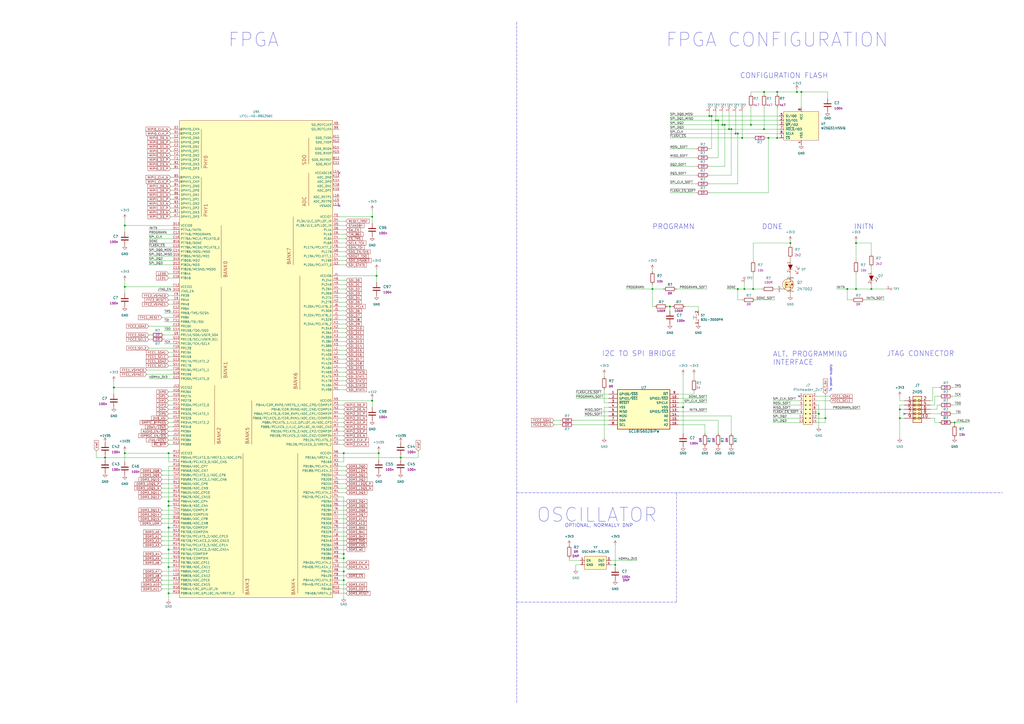
<source format=kicad_sch>
(kicad_sch (version 20211123) (generator eeschema)
  (paper "A2")
  (junction (at 462.28 53.34))
  (junction (at 396.24 236.22))
  (junction (at 97.79 262.89))
  (junction (at 232.41 265.43))
  (junction (at 458.47 140.97))
  (junction (at 97.79 328.93))
  (junction (at 416.56 69.85))
  (junction (at 427.99 77.47))
  (junction (at 496.57 167.64))
  (junction (at 97.79 306.07))
  (junction (at 445.77 80.01))
  (junction (at 215.9 125.73))
  (junction (at 218.44 160.02))
  (junction (at 356.87 327.66))
  (junction (at 415.29 69.85))
  (junction (at 474.98 240.03))
  (junction (at 491.49 167.64))
  (junction (at 443.23 53.34))
  (junction (at 199.39 262.89))
  (junction (at 199.39 323.85))
  (junction (at 424.18 74.93))
  (junction (at 443.23 74.93))
  (junction (at 66.04 224.79))
  (junction (at 97.79 290.83))
  (junction (at 427.99 167.64))
  (junction (at 430.53 80.01))
  (junction (at 199.39 336.55))
  (junction (at 496.57 140.97))
  (junction (at 412.75 67.31))
  (junction (at 420.37 72.39))
  (junction (at 426.72 77.47))
  (junction (at 478.79 242.57))
  (junction (at 72.39 262.89))
  (junction (at 388.62 177.8))
  (junction (at 72.39 166.37))
  (junction (at 97.79 344.17))
  (junction (at 378.46 167.64))
  (junction (at 411.48 67.31))
  (junction (at 436.88 167.64))
  (junction (at 521.97 242.57))
  (junction (at 419.1 72.39))
  (junction (at 97.79 318.77))
  (junction (at 435.61 72.39))
  (junction (at 215.9 232.41))
  (junction (at 521.97 237.49))
  (junction (at 464.82 53.34))
  (junction (at 97.79 293.37))
  (junction (at 60.96 265.43))
  (junction (at 431.8 167.64))
  (junction (at 422.91 74.93))
  (junction (at 219.71 262.89))
  (junction (at 199.39 321.31))
  (junction (at 505.46 167.64))
  (junction (at 553.72 245.11))
  (junction (at 450.85 80.01))
  (junction (at 72.39 130.81))
  (junction (at 450.85 53.34))
  (junction (at 199.39 331.47))
  (no_connect (at 524.51 240.03))
  (no_connect (at 196.85 100.33))
  (no_connect (at 196.85 119.38))
  (no_connect (at 463.55 229.87))
  (wire (pts (xy 436.88 151.13) (xy 436.88 140.97)))
  (wire (pts (xy 66.04 224.79) (xy 100.33 224.79)))
  (wire (pts (xy 473.71 237.49) (xy 499.11 237.49)))
  (wire (pts (xy 99.06 118.11) (xy 100.33 118.11)))
  (wire (pts (xy 458.47 140.97) (xy 458.47 142.24)))
  (wire (pts (xy 521.97 232.41) (xy 524.51 232.41)))
  (wire (pts (xy 219.71 261.62) (xy 219.71 262.89)))
  (wire (pts (xy 350.52 217.17) (xy 350.52 218.44)))
  (wire (pts (xy 72.39 166.37) (xy 72.39 170.18)))
  (wire (pts (xy 435.61 72.39) (xy 452.12 72.39)))
  (wire (pts (xy 411.48 106.68) (xy 427.99 106.68)))
  (wire (pts (xy 200.66 167.64) (xy 196.85 167.64)))
  (wire (pts (xy 388.62 101.6) (xy 403.86 101.6)))
  (wire (pts (xy 491.49 167.64) (xy 491.49 173.99)))
  (wire (pts (xy 200.66 148.59) (xy 196.85 148.59)))
  (wire (pts (xy 72.39 130.81) (xy 72.39 127)))
  (wire (pts (xy 200.66 130.81) (xy 196.85 130.81)))
  (wire (pts (xy 97.79 306.07) (xy 97.79 293.37)))
  (wire (pts (xy 363.22 167.64) (xy 378.46 167.64)))
  (wire (pts (xy 462.28 52.07) (xy 462.28 53.34)))
  (wire (pts (xy 539.75 232.41) (xy 541.02 232.41)))
  (wire (pts (xy 93.98 326.39) (xy 100.33 326.39)))
  (wire (pts (xy 411.48 101.6) (xy 424.18 101.6)))
  (wire (pts (xy 200.66 226.06) (xy 196.85 226.06)))
  (wire (pts (xy 350.52 226.06) (xy 350.52 233.68)))
  (wire (pts (xy 408.94 246.38) (xy 408.94 251.46)))
  (wire (pts (xy 553.72 245.11) (xy 562.61 245.11)))
  (wire (pts (xy 541.02 232.41) (xy 541.02 224.79)))
  (wire (pts (xy 196.85 232.41) (xy 215.9 232.41)))
  (wire (pts (xy 501.65 173.99) (xy 513.08 173.99)))
  (wire (pts (xy 542.29 242.57) (xy 542.29 245.11)))
  (wire (pts (xy 86.36 148.59) (xy 100.33 148.59)))
  (polyline (pts (xy 392.43 349.25) (xy 392.43 285.75)))
  (wire (pts (xy 232.41 264.16) (xy 232.41 265.43)))
  (wire (pts (xy 336.55 325.12) (xy 330.2 325.12)))
  (wire (pts (xy 388.62 177.8) (xy 389.89 177.8)))
  (wire (pts (xy 196.85 298.45) (xy 200.66 298.45)))
  (wire (pts (xy 542.29 234.95) (xy 542.29 229.87)))
  (wire (pts (xy 196.85 331.47) (xy 199.39 331.47)))
  (wire (pts (xy 97.79 270.51) (xy 100.33 270.51)))
  (wire (pts (xy 97.79 212.09) (xy 100.33 212.09)))
  (wire (pts (xy 496.57 167.64) (xy 496.57 158.75)))
  (wire (pts (xy 458.47 158.75) (xy 458.47 160.02)))
  (wire (pts (xy 196.85 300.99) (xy 200.66 300.99)))
  (wire (pts (xy 411.48 64.77) (xy 411.48 67.31)))
  (wire (pts (xy 485.14 167.64) (xy 491.49 167.64)))
  (wire (pts (xy 539.75 242.57) (xy 542.29 242.57)))
  (wire (pts (xy 97.79 234.95) (xy 100.33 234.95)))
  (wire (pts (xy 473.71 240.03) (xy 474.98 240.03)))
  (wire (pts (xy 100.33 130.81) (xy 72.39 130.81)))
  (wire (pts (xy 478.79 228.6) (xy 478.79 242.57)))
  (wire (pts (xy 97.79 255.27) (xy 100.33 255.27)))
  (wire (pts (xy 353.06 236.22) (xy 350.52 236.22)))
  (wire (pts (xy 403.86 91.44) (xy 388.62 91.44)))
  (wire (pts (xy 93.98 303.53) (xy 100.33 303.53)))
  (wire (pts (xy 200.66 223.52) (xy 196.85 223.52)))
  (wire (pts (xy 199.39 336.55) (xy 199.39 346.71)))
  (wire (pts (xy 196.85 313.69) (xy 200.66 313.69)))
  (wire (pts (xy 86.36 143.51) (xy 100.33 143.51)))
  (wire (pts (xy 99.06 85.09) (xy 100.33 85.09)))
  (wire (pts (xy 199.39 247.65) (xy 196.85 247.65)))
  (wire (pts (xy 430.53 64.77) (xy 430.53 80.01)))
  (wire (pts (xy 200.66 153.67) (xy 196.85 153.67)))
  (wire (pts (xy 521.97 237.49) (xy 521.97 234.95)))
  (wire (pts (xy 419.1 72.39) (xy 420.37 72.39)))
  (wire (pts (xy 200.66 128.27) (xy 196.85 128.27)))
  (wire (pts (xy 200.66 143.51) (xy 196.85 143.51)))
  (wire (pts (xy 99.06 77.47) (xy 100.33 77.47)))
  (wire (pts (xy 72.39 130.81) (xy 72.39 134.62)))
  (wire (pts (xy 215.9 231.14) (xy 215.9 232.41)))
  (wire (pts (xy 196.85 334.01) (xy 200.66 334.01)))
  (wire (pts (xy 334.01 228.6) (xy 353.06 228.6)))
  (wire (pts (xy 388.62 80.01) (xy 430.53 80.01)))
  (wire (pts (xy 86.36 135.89) (xy 100.33 135.89)))
  (wire (pts (xy 199.39 288.29) (xy 199.39 321.31)))
  (wire (pts (xy 473.71 229.87) (xy 481.33 229.87)))
  (wire (pts (xy 196.85 285.75) (xy 200.66 285.75)))
  (wire (pts (xy 60.96 265.43) (xy 100.33 265.43)))
  (wire (pts (xy 443.23 53.34) (xy 450.85 53.34)))
  (wire (pts (xy 473.71 234.95) (xy 474.98 234.95)))
  (wire (pts (xy 97.79 176.53) (xy 100.33 176.53)))
  (wire (pts (xy 354.33 327.66) (xy 356.87 327.66)))
  (wire (pts (xy 473.71 232.41) (xy 481.33 232.41)))
  (wire (pts (xy 91.44 168.91) (xy 100.33 168.91)))
  (wire (pts (xy 99.06 105.41) (xy 100.33 105.41)))
  (wire (pts (xy 321.31 243.84) (xy 325.12 243.84)))
  (wire (pts (xy 232.41 265.43) (xy 196.85 265.43)))
  (wire (pts (xy 97.79 257.81) (xy 100.33 257.81)))
  (wire (pts (xy 55.88 265.43) (xy 60.96 265.43)))
  (wire (pts (xy 200.66 182.88) (xy 196.85 182.88)))
  (wire (pts (xy 378.46 165.1) (xy 378.46 167.64)))
  (wire (pts (xy 396.24 251.46) (xy 396.24 236.22)))
  (wire (pts (xy 85.09 217.17) (xy 100.33 217.17)))
  (wire (pts (xy 444.5 80.01) (xy 445.77 80.01)))
  (wire (pts (xy 424.18 101.6) (xy 424.18 74.93)))
  (wire (pts (xy 97.79 262.89) (xy 97.79 267.97)))
  (wire (pts (xy 86.36 146.05) (xy 100.33 146.05)))
  (wire (pts (xy 388.62 67.31) (xy 411.48 67.31)))
  (wire (pts (xy 196.85 308.61) (xy 200.66 308.61)))
  (wire (pts (xy 86.36 189.23) (xy 100.33 189.23)))
  (wire (pts (xy 95.25 194.31) (xy 100.33 194.31)))
  (wire (pts (xy 334.01 330.2) (xy 334.01 327.66)))
  (wire (pts (xy 393.7 246.38) (xy 408.94 246.38)))
  (wire (pts (xy 200.66 170.18) (xy 196.85 170.18)))
  (wire (pts (xy 521.97 234.95) (xy 524.51 234.95)))
  (wire (pts (xy 435.61 53.34) (xy 435.61 54.61)))
  (wire (pts (xy 97.79 344.17) (xy 100.33 344.17)))
  (wire (pts (xy 93.98 288.29) (xy 100.33 288.29)))
  (wire (pts (xy 196.85 341.63) (xy 200.66 341.63)))
  (wire (pts (xy 505.46 167.64) (xy 514.35 167.64)))
  (wire (pts (xy 99.06 95.25) (xy 100.33 95.25)))
  (wire (pts (xy 392.43 167.64) (xy 410.21 167.64)))
  (wire (pts (xy 86.36 201.93) (xy 100.33 201.93)))
  (polyline (pts (xy 299.72 349.25) (xy 392.43 349.25)))
  (wire (pts (xy 494.03 173.99) (xy 491.49 173.99)))
  (wire (pts (xy 458.47 149.86) (xy 458.47 151.13)))
  (wire (pts (xy 93.98 316.23) (xy 100.33 316.23)))
  (wire (pts (xy 419.1 64.77) (xy 419.1 72.39)))
  (wire (pts (xy 200.66 133.35) (xy 196.85 133.35)))
  (wire (pts (xy 379.73 177.8) (xy 378.46 177.8)))
  (wire (pts (xy 450.85 53.34) (xy 450.85 54.61)))
  (wire (pts (xy 99.06 107.95) (xy 100.33 107.95)))
  (wire (pts (xy 242.57 261.62) (xy 242.57 265.43)))
  (wire (pts (xy 86.36 219.71) (xy 100.33 219.71)))
  (wire (pts (xy 199.39 323.85) (xy 199.39 331.47)))
  (wire (pts (xy 99.06 115.57) (xy 100.33 115.57)))
  (wire (pts (xy 412.75 86.36) (xy 412.75 67.31)))
  (wire (pts (xy 95.25 199.39) (xy 100.33 199.39)))
  (wire (pts (xy 200.66 215.9) (xy 196.85 215.9)))
  (wire (pts (xy 496.57 140.97) (xy 496.57 151.13)))
  (wire (pts (xy 431.8 167.64) (xy 436.88 167.64)))
  (wire (pts (xy 199.39 267.97) (xy 199.39 262.89)))
  (wire (pts (xy 397.51 177.8) (xy 405.13 177.8)))
  (wire (pts (xy 200.66 165.1) (xy 196.85 165.1)))
  (wire (pts (xy 521.97 242.57) (xy 521.97 237.49)))
  (wire (pts (xy 199.39 262.89) (xy 219.71 262.89)))
  (wire (pts (xy 330.2 325.12) (xy 330.2 323.85)))
  (wire (pts (xy 402.59 228.6) (xy 402.59 227.33)))
  (wire (pts (xy 505.46 140.97) (xy 505.46 147.32)))
  (wire (pts (xy 200.66 198.12) (xy 196.85 198.12)))
  (wire (pts (xy 93.98 273.05) (xy 100.33 273.05)))
  (wire (pts (xy 496.57 139.7) (xy 496.57 140.97)))
  (wire (pts (xy 196.85 316.23) (xy 200.66 316.23)))
  (wire (pts (xy 86.36 194.31) (xy 87.63 194.31)))
  (wire (pts (xy 387.35 177.8) (xy 388.62 177.8)))
  (wire (pts (xy 196.85 151.13) (xy 200.66 151.13)))
  (wire (pts (xy 424.18 74.93) (xy 443.23 74.93)))
  (wire (pts (xy 196.85 278.13) (xy 200.66 278.13)))
  (polyline (pts (xy 299.72 285.75) (xy 581.66 285.75)))
  (wire (pts (xy 200.66 187.96) (xy 196.85 187.96)))
  (wire (pts (xy 93.98 313.69) (xy 100.33 313.69)))
  (wire (pts (xy 480.06 53.34) (xy 480.06 57.15)))
  (wire (pts (xy 393.7 228.6) (xy 402.59 228.6)))
  (wire (pts (xy 199.39 242.57) (xy 196.85 242.57)))
  (wire (pts (xy 85.09 214.63) (xy 100.33 214.63)))
  (wire (pts (xy 421.64 167.64) (xy 427.99 167.64)))
  (wire (pts (xy 86.36 151.13) (xy 100.33 151.13)))
  (wire (pts (xy 196.85 344.17) (xy 200.66 344.17)))
  (wire (pts (xy 199.39 331.47) (xy 199.39 336.55)))
  (wire (pts (xy 448.31 234.95) (xy 463.55 234.95)))
  (wire (pts (xy 200.66 205.74) (xy 196.85 205.74)))
  (wire (pts (xy 99.06 80.01) (xy 100.33 80.01)))
  (wire (pts (xy 474.98 234.95) (xy 474.98 240.03)))
  (wire (pts (xy 97.79 252.73) (xy 100.33 252.73)))
  (wire (pts (xy 97.79 347.98) (xy 97.79 344.17)))
  (wire (pts (xy 200.66 185.42) (xy 196.85 185.42)))
  (wire (pts (xy 60.96 264.16) (xy 60.96 265.43)))
  (wire (pts (xy 448.31 232.41) (xy 463.55 232.41)))
  (wire (pts (xy 396.24 236.22) (xy 396.24 217.17)))
  (wire (pts (xy 97.79 318.77) (xy 100.33 318.77)))
  (wire (pts (xy 66.04 224.79) (xy 66.04 220.98)))
  (wire (pts (xy 553.72 245.11) (xy 553.72 246.38)))
  (wire (pts (xy 200.66 218.44) (xy 196.85 218.44)))
  (wire (pts (xy 393.7 233.68) (xy 410.21 233.68)))
  (wire (pts (xy 422.91 74.93) (xy 424.18 74.93)))
  (wire (pts (xy 435.61 62.23) (xy 435.61 72.39)))
  (wire (pts (xy 200.66 175.26) (xy 196.85 175.26)))
  (wire (pts (xy 232.41 265.43) (xy 232.41 266.7)))
  (wire (pts (xy 196.85 311.15) (xy 200.66 311.15)))
  (wire (pts (xy 100.33 166.37) (xy 72.39 166.37)))
  (wire (pts (xy 411.48 111.76) (xy 445.77 111.76)))
  (wire (pts (xy 196.85 328.93) (xy 200.66 328.93)))
  (wire (pts (xy 72.39 267.97) (xy 72.39 262.89)))
  (wire (pts (xy 393.7 238.76) (xy 410.21 238.76)))
  (wire (pts (xy 86.36 153.67) (xy 100.33 153.67)))
  (wire (pts (xy 97.79 158.75) (xy 100.33 158.75)))
  (wire (pts (xy 445.77 111.76) (xy 445.77 80.01)))
  (wire (pts (xy 219.71 262.89) (xy 219.71 266.7)))
  (wire (pts (xy 93.98 295.91) (xy 100.33 295.91)))
  (wire (pts (xy 542.29 229.87) (xy 544.83 229.87)))
  (wire (pts (xy 415.29 69.85) (xy 416.56 69.85)))
  (wire (pts (xy 196.85 290.83) (xy 200.66 290.83)))
  (wire (pts (xy 97.79 240.03) (xy 100.33 240.03)))
  (wire (pts (xy 97.79 262.89) (xy 100.33 262.89)))
  (wire (pts (xy 443.23 62.23) (xy 443.23 74.93)))
  (wire (pts (xy 100.33 267.97) (xy 97.79 267.97)))
  (wire (pts (xy 332.74 243.84) (xy 353.06 243.84)))
  (wire (pts (xy 95.25 186.69) (xy 100.33 186.69)))
  (wire (pts (xy 473.71 245.11) (xy 478.79 245.11)))
  (wire (pts (xy 402.59 217.17) (xy 402.59 219.71)))
  (wire (pts (xy 200.66 180.34) (xy 196.85 180.34)))
  (wire (pts (xy 196.85 267.97) (xy 199.39 267.97)))
  (wire (pts (xy 388.62 96.52) (xy 403.86 96.52)))
  (wire (pts (xy 86.36 140.97) (xy 100.33 140.97)))
  (wire (pts (xy 557.53 240.03) (xy 552.45 240.03)))
  (wire (pts (xy 200.66 200.66) (xy 196.85 200.66)))
  (wire (pts (xy 196.85 275.59) (xy 200.66 275.59)))
  (wire (pts (xy 405.13 177.8) (xy 405.13 180.34)))
  (wire (pts (xy 97.79 293.37) (xy 100.33 293.37)))
  (wire (pts (xy 93.98 339.09) (xy 100.33 339.09)))
  (wire (pts (xy 97.79 237.49) (xy 100.33 237.49)))
  (wire (pts (xy 196.85 306.07) (xy 200.66 306.07)))
  (wire (pts (xy 436.88 140.97) (xy 458.47 140.97)))
  (wire (pts (xy 462.28 53.34) (xy 464.82 53.34)))
  (wire (pts (xy 93.98 298.45) (xy 100.33 298.45)))
  (wire (pts (xy 97.79 328.93) (xy 100.33 328.93)))
  (wire (pts (xy 478.79 242.57) (xy 473.71 242.57)))
  (wire (pts (xy 97.79 306.07) (xy 100.33 306.07)))
  (wire (pts (xy 199.39 237.49) (xy 196.85 237.49)))
  (wire (pts (xy 196.85 283.21) (xy 200.66 283.21)))
  (wire (pts (xy 97.79 229.87) (xy 100.33 229.87)))
  (wire (pts (xy 388.62 74.93) (xy 422.91 74.93)))
  (wire (pts (xy 97.79 247.65) (xy 100.33 247.65)))
  (wire (pts (xy 93.98 283.21) (xy 100.33 283.21)))
  (wire (pts (xy 388.62 106.68) (xy 403.86 106.68)))
  (wire (pts (xy 557.53 234.95) (xy 552.45 234.95)))
  (wire (pts (xy 97.79 245.11) (xy 100.33 245.11)))
  (wire (pts (xy 99.06 82.55) (xy 100.33 82.55)))
  (wire (pts (xy 393.7 241.3) (xy 424.18 241.3)))
  (wire (pts (xy 200.66 177.8) (xy 196.85 177.8)))
  (wire (pts (xy 97.79 344.17) (xy 97.79 328.93)))
  (wire (pts (xy 215.9 125.73) (xy 215.9 129.54)))
  (wire (pts (xy 491.49 167.64) (xy 496.57 167.64)))
  (wire (pts (xy 416.56 243.84) (xy 416.56 251.46)))
  (wire (pts (xy 200.66 146.05) (xy 196.85 146.05)))
  (wire (pts (xy 415.29 64.77) (xy 415.29 69.85)))
  (wire (pts (xy 388.62 69.85) (xy 415.29 69.85)))
  (wire (pts (xy 474.98 240.03) (xy 474.98 247.65)))
  (wire (pts (xy 557.53 229.87) (xy 552.45 229.87)))
  (wire (pts (xy 93.98 308.61) (xy 100.33 308.61)))
  (wire (pts (xy 200.66 190.5) (xy 196.85 190.5)))
  (wire (pts (xy 97.79 242.57) (xy 100.33 242.57)))
  (wire (pts (xy 95.25 181.61) (xy 100.33 181.61)))
  (wire (pts (xy 505.46 154.94) (xy 505.46 157.48)))
  (wire (pts (xy 416.56 69.85) (xy 452.12 69.85)))
  (wire (pts (xy 436.88 158.75) (xy 436.88 167.64)))
  (wire (pts (xy 524.51 242.57) (xy 521.97 242.57)))
  (wire (pts (xy 393.7 236.22) (xy 396.24 236.22)))
  (wire (pts (xy 505.46 167.64) (xy 505.46 165.1)))
  (wire (pts (xy 97.79 209.55) (xy 100.33 209.55)))
  (wire (pts (xy 86.36 196.85) (xy 87.63 196.85)))
  (wire (pts (xy 521.97 229.87) (xy 521.97 232.41)))
  (wire (pts (xy 443.23 53.34) (xy 443.23 54.61)))
  (wire (pts (xy 97.79 204.47) (xy 100.33 204.47)))
  (wire (pts (xy 99.06 113.03) (xy 100.33 113.03)))
  (wire (pts (xy 438.15 173.99) (xy 449.58 173.99)))
  (wire (pts (xy 196.85 323.85) (xy 199.39 323.85)))
  (wire (pts (xy 200.66 195.58) (xy 196.85 195.58)))
  (wire (pts (xy 99.06 125.73) (xy 100.33 125.73)))
  (wire (pts (xy 242.57 265.43) (xy 232.41 265.43)))
  (wire (pts (xy 388.62 111.76) (xy 403.86 111.76)))
  (wire (pts (xy 199.39 262.89) (xy 196.85 262.89)))
  (wire (pts (xy 524.51 237.49) (xy 521.97 237.49)))
  (wire (pts (xy 97.79 328.93) (xy 97.79 318.77)))
  (wire (pts (xy 97.79 161.29) (xy 100.33 161.29)))
  (wire (pts (xy 458.47 139.7) (xy 458.47 140.97)))
  (wire (pts (xy 72.39 261.62) (xy 72.39 262.89)))
  (wire (pts (xy 196.85 288.29) (xy 199.39 288.29)))
  (wire (pts (xy 353.06 238.76) (xy 339.09 238.76)))
  (wire (pts (xy 215.9 232.41) (xy 215.9 236.22)))
  (wire (pts (xy 196.85 125.73) (xy 215.9 125.73)))
  (wire (pts (xy 450.85 62.23) (xy 450.85 80.01)))
  (wire (pts (xy 416.56 91.44) (xy 416.56 69.85)))
  (wire (pts (xy 411.48 91.44) (xy 416.56 91.44)))
  (wire (pts (xy 200.66 208.28) (xy 196.85 208.28)))
  (wire (pts (xy 426.72 64.77) (xy 426.72 77.47)))
  (wire (pts (xy 95.25 191.77) (xy 100.33 191.77)))
  (wire (pts (xy 430.53 173.99) (xy 427.99 173.99)))
  (wire (pts (xy 93.98 341.63) (xy 100.33 341.63)))
  (wire (pts (xy 93.98 300.99) (xy 100.33 300.99)))
  (wire (pts (xy 430.53 80.01) (xy 436.88 80.01)))
  (wire (pts (xy 521.97 242.57) (xy 521.97 254)))
  (wire (pts (xy 215.9 125.73) (xy 215.9 121.92)))
  (wire (pts (xy 448.31 242.57) (xy 463.55 242.57)))
  (wire (pts (xy 93.98 311.15) (xy 100.33 311.15)))
  (wire (pts (xy 93.98 336.55) (xy 100.33 336.55)))
  (wire (pts (xy 93.98 280.67) (xy 100.33 280.67)))
  (wire (pts (xy 450.85 80.01) (xy 452.12 80.01)))
  (wire (pts (xy 448.31 237.49) (xy 463.55 237.49)))
  (wire (pts (xy 388.62 72.39) (xy 419.1 72.39)))
  (polyline (pts (xy 299.72 12.7) (xy 299.72 407.67)))
  (wire (pts (xy 464.82 53.34) (xy 464.82 62.23)))
  (wire (pts (xy 93.98 323.85) (xy 100.33 323.85)))
  (wire (pts (xy 196.85 270.51) (xy 200.66 270.51)))
  (wire (pts (xy 97.79 290.83) (xy 97.79 293.37)))
  (wire (pts (xy 388.62 77.47) (xy 426.72 77.47)))
  (wire (pts (xy 449.58 167.64) (xy 450.85 167.64)))
  (wire (pts (xy 196.85 303.53) (xy 200.66 303.53)))
  (wire (pts (xy 478.79 245.11) (xy 478.79 242.57)))
  (wire (pts (xy 334.01 327.66) (xy 336.55 327.66)))
  (wire (pts (xy 93.98 285.75) (xy 100.33 285.75)))
  (wire (pts (xy 464.82 53.34) (xy 480.06 53.34)))
  (wire (pts (xy 542.29 245.11) (xy 544.83 245.11)))
  (wire (pts (xy 97.79 227.33) (xy 100.33 227.33)))
  (wire (pts (xy 356.87 327.66) (xy 356.87 328.93)))
  (wire (pts (xy 199.39 250.19) (xy 196.85 250.19)))
  (wire (pts (xy 543.56 234.95) (xy 544.83 234.95)))
  (wire (pts (xy 393.7 231.14) (xy 410.21 231.14)))
  (wire (pts (xy 422.91 64.77) (xy 422.91 74.93)))
  (wire (pts (xy 199.39 257.81) (xy 196.85 257.81)))
  (wire (pts (xy 496.57 140.97) (xy 505.46 140.97)))
  (wire (pts (xy 99.06 123.19) (xy 100.33 123.19)))
  (wire (pts (xy 200.66 210.82) (xy 196.85 210.82)))
  (wire (pts (xy 196.85 160.02) (xy 218.44 160.02)))
  (wire (pts (xy 420.37 72.39) (xy 435.61 72.39)))
  (wire (pts (xy 99.06 90.17) (xy 100.33 90.17)))
  (wire (pts (xy 72.39 166.37) (xy 72.39 162.56)))
  (wire (pts (xy 199.39 245.11) (xy 196.85 245.11)))
  (wire (pts (xy 218.44 160.02) (xy 218.44 163.83)))
  (wire (pts (xy 411.48 67.31) (xy 412.75 67.31)))
  (wire (pts (xy 99.06 92.71) (xy 100.33 92.71)))
  (wire (pts (xy 97.79 270.51) (xy 97.79 290.83)))
  (wire (pts (xy 388.62 86.36) (xy 403.86 86.36)))
  (wire (pts (xy 543.56 237.49) (xy 543.56 234.95)))
  (wire (pts (xy 420.37 96.52) (xy 420.37 72.39)))
  (wire (pts (xy 200.66 162.56) (xy 196.85 162.56)))
  (wire (pts (xy 541.02 224.79) (xy 544.83 224.79)))
  (wire (pts (xy 435.61 53.34) (xy 443.23 53.34)))
  (wire (pts (xy 200.66 203.2) (xy 196.85 203.2)))
  (wire (pts (xy 200.66 220.98) (xy 196.85 220.98)))
  (wire (pts (xy 539.75 237.49) (xy 543.56 237.49)))
  (wire (pts (xy 448.31 245.11) (xy 463.55 245.11)))
  (wire (pts (xy 93.98 184.15) (xy 100.33 184.15)))
  (wire (pts (xy 196.85 336.55) (xy 199.39 336.55)))
  (wire (pts (xy 199.39 255.27) (xy 196.85 255.27)))
  (wire (pts (xy 388.62 177.8) (xy 388.62 180.34)))
  (wire (pts (xy 99.06 102.87) (xy 100.33 102.87)))
  (wire (pts (xy 55.88 261.62) (xy 55.88 265.43)))
  (wire (pts (xy 539.75 240.03) (xy 544.83 240.03)))
  (wire (pts (xy 412.75 67.31) (xy 452.12 67.31)))
  (wire (pts (xy 86.36 138.43) (xy 100.33 138.43)))
  (wire (pts (xy 199.39 252.73) (xy 196.85 252.73)))
  (wire (pts (xy 196.85 295.91) (xy 200.66 295.91)))
  (wire (pts (xy 427.99 106.68) (xy 427.99 77.47)))
  (wire (pts (xy 196.85 280.67) (xy 200.66 280.67)))
  (wire (pts (xy 450.85 53.34) (xy 462.28 53.34)))
  (wire (pts (xy 354.33 325.12) (xy 369.57 325.12)))
  (wire (pts (xy 99.06 120.65) (xy 100.33 120.65)))
  (wire (pts (xy 97.79 250.19) (xy 100.33 250.19)))
  (wire (pts (xy 97.79 171.45) (xy 100.33 171.45)))
  (wire (pts (xy 321.31 246.38) (xy 325.12 246.38)))
  (wire (pts (xy 218.44 160.02) (xy 218.44 156.21)))
  (wire (pts (xy 200.66 172.72) (xy 196.85 172.72)))
  (wire (pts (xy 196.85 318.77) (xy 200.66 318.77)))
  (wire (pts (xy 427.99 77.47) (xy 452.12 77.47)))
  (wire (pts (xy 99.06 110.49) (xy 100.33 110.49)))
  (wire (pts (xy 93.98 278.13) (xy 100.33 278.13)))
  (wire (pts (xy 426.72 77.47) (xy 427.99 77.47)))
  (wire (pts (xy 60.96 265.43) (xy 60.96 266.7)))
  (wire (pts (xy 199.39 321.31) (xy 199.39 323.85)))
  (wire (pts (xy 393.7 243.84) (xy 416.56 243.84)))
  (wire (pts (xy 458.47 170.18) (xy 458.47 171.45)))
  (wire (pts (xy 350.52 233.68) (xy 353.06 233.68)))
  (wire (pts (xy 200.66 140.97) (xy 196.85 140.97)))
  (wire (pts (xy 97.79 207.01) (xy 100.33 207.01)))
  (wire (pts (xy 199.39 234.95) (xy 196.85 234.95)))
  (wire (pts (xy 196.85 273.05) (xy 200.66 273.05)))
  (wire (pts (xy 196.85 321.31) (xy 199.39 321.31)))
  (wire (pts (xy 200.66 135.89) (xy 196.85 135.89)))
  (wire (pts (xy 539.75 234.95) (xy 542.29 234.95)))
  (wire (pts (xy 350.52 236.22) (xy 350.52 254)))
  (wire (pts (xy 436.88 167.64) (xy 441.96 167.64)))
  (wire (pts (xy 427.99 167.64) (xy 431.8 167.64)))
  (wire (pts (xy 356.87 316.23) (xy 356.87 327.66)))
  (wire (pts (xy 443.23 74.93) (xy 452.12 74.93)))
  (wire (pts (xy 99.06 97.79) (xy 100.33 97.79)))
  (wire (pts (xy 552.45 245.11) (xy 553.72 245.11)))
  (wire (pts (xy 339.09 241.3) (xy 353.06 241.3)))
  (wire (pts (xy 431.8 163.83) (xy 431.8 167.64)))
  (wire (pts (xy 411.48 86.36) (xy 412.75 86.36)))
  (wire (pts (xy 424.18 241.3) (xy 424.18 251.46)))
  (wire (pts (xy 93.98 321.31) (xy 100.33 321.31)))
  (wire (pts (xy 72.39 262.89) (xy 97.79 262.89)))
  (wire (pts (xy 196.85 326.39) (xy 200.66 326.39)))
  (wire (pts (xy 99.06 87.63) (xy 100.33 87.63)))
  (wire (pts (xy 199.39 240.03) (xy 196.85 240.03)))
  (wire (pts (xy 93.98 334.01) (xy 100.33 334.01)))
  (wire (pts (xy 496.57 167.64) (xy 505.46 167.64)))
  (wire (pts (xy 97.79 173.99) (xy 100.33 173.99)))
  (wire (pts (xy 334.01 231.14) (xy 353.06 231.14)))
  (wire (pts (xy 445.77 80.01) (xy 450.85 80.01)))
  (wire (pts (xy 378.46 156.21) (xy 378.46 157.48)))
  (wire (pts (xy 93.98 275.59) (xy 100.33 275.59)))
  (wire (pts (xy 378.46 167.64) (xy 384.81 167.64)))
  (wire (pts (xy 196.85 339.09) (xy 200.66 339.09)))
  (wire (pts (xy 200.66 193.04) (xy 196.85 193.04)))
  (wire (pts (xy 99.06 74.93) (xy 100.33 74.93)))
  (wire (pts (xy 200.66 138.43) (xy 196.85 138.43)))
  (wire (pts (xy 97.79 318.77) (xy 97.79 306.07)))
  (wire (pts (xy 95.25 196.85) (xy 100.33 196.85)))
  (wire (pts (xy 196.85 293.37) (xy 200.66 293.37)))
  (wire (pts (xy 66.04 224.79) (xy 66.04 228.6)))
  (wire (pts (xy 448.31 240.03) (xy 463.55 240.03)))
  (wire (pts (xy 97.79 290.83) (xy 100.33 290.83)))
  (wire (pts (xy 200.66 213.36) (xy 196.85 213.36)))
  (wire (pts (xy 411.48 96.52) (xy 420.37 96.52)))
  (wire (pts (xy 332.74 246.38) (xy 353.06 246.38)))
  (wire (pts (xy 427.99 167.64) (xy 427.99 173.99)))
  (wire (pts (xy 97.79 232.41) (xy 100.33 232.41)))
  (wire (pts (xy 86.36 133.35) (xy 100.33 133.35)))
  (wire (pts (xy 93.98 331.47) (xy 100.33 331.47)))
  (wire (pts (xy 378.46 167.64) (xy 378.46 177.8)))
  (wire (pts (xy 557.53 224.79) (xy 552.45 224.79)))
  (text "DONE" (at 441.96 133.35 0) (effects (font (size 3 3)) (justify left bottom)))
  (text "OSCILLATOR" (at 311.15 303.53 0) (effects (font (size 8 8)) (justify left bottom)))
  (text "OPTIONAL, NORMALLY DNP" (at 327.66 306.07 0) (effects (font (size 2 2)) (justify left bottom)))
  (text "FPGA CONFIGURATION" (at 386.08 27.94 0) (effects (font (size 8 8)) (justify left bottom)))
  (text "FPGA" (at 132.08 27.94 0) (effects (font (size 8 8)) (justify left bottom)))
  (text "JTAG CONNECTOR" (at 514.35 207.01 0) (effects (font (size 3 3)) (justify left bottom)))
  (text "CONFIGURATION FLASH" (at 429.26 45.72 0) (effects (font (size 3 3)) (justify left bottom)))
  (text "I2C TO SPI BRIDGE" (at 349.25 207.01 0) (effects (font (size 3 3)) (justify left bottom)))
  (text "ALT. PROGRAMMING\nINTERFACE" (at 448.31 212.09 0) (effects (font (size 3 3)) (justify left bottom)))
  (text "INITN" (at 495.3 133.35 0) (effects (font (size 3 3)) (justify left bottom)))
  (text "PROGRAMN" (at 378.46 133.35 0) (effects (font (size 3 3)) (justify left bottom)))
  (text "To power supply" (at 482.6 227.33 90) (effects (font (size 1.27 1.27)) (justify left bottom)))
  (label "MOSI_SOFT" (at 339.09 241.3 0))
  (label "SPI_CLK_SOFT" (at 410.21 233.68 180))
  (label "SPI_DQ1_MISO" (at 388.62 69.85 0))
  (label "~{FLASH_CS_SOFT}" (at 334.01 228.6 0))
  (label "DONE_SOFT" (at 410.21 231.14 180))
  (label "INITN_SOFT" (at 513.08 173.99 180))
  (label "DONE" (at 86.36 140.97 0))
  (label "SPI_DQ3" (at 448.31 245.11 0))
  (label "SPI_DQ3" (at 388.62 74.93 0))
  (label "PROGRAMN" (at 363.22 167.64 0))
  (label "TDO" (at 557.53 234.95 180))
  (label "MOSI_SOFT" (at 388.62 86.36 0))
  (label "SPI_DQ2" (at 448.31 242.57 0))
  (label "INITN" (at 485.14 167.64 0))
  (label "SPI_DQ0_MOSI" (at 86.36 146.05 0))
  (label "DQ3_SOFT" (at 388.62 101.6 0))
  (label "40MHz_3V3" (at 369.57 325.12 180))
  (label "TCK" (at 557.53 229.87 180))
  (label "TMS" (at 557.53 224.79 180))
  (label "JTAG_EN" (at 91.44 168.91 0))
  (label "DQ2_SOFT" (at 388.62 96.52 0))
  (label "TMS" (at 95.25 181.61 0))
  (label "MOSI_SOFT" (at 448.31 234.95 0))
  (label "SPI_CLK_SOFT" (at 448.31 232.41 0))
  (label "SPI_DQ2" (at 86.36 151.13 0))
  (label "40MHz_3V3" (at 86.36 219.71 0))
  (label "JTAG_EN" (at 562.61 245.11 180))
  (label "PROGRAMN_SOFT" (at 334.01 231.14 0))
  (label "PROGRAMN_SOFT" (at 410.21 167.64 180))
  (label "DONE_SOFT" (at 449.58 173.99 180))
  (label "TDO" (at 95.25 191.77 0))
  (label "~{FLASH_CS}" (at 86.36 143.51 0))
  (label "TDI" (at 557.53 240.03 180))
  (label "INITN" (at 86.36 133.35 0))
  (label "SPI_DQ2" (at 388.62 72.39 0))
  (label "MISO_SOFT" (at 388.62 91.44 0))
  (label "SPI_DQ3" (at 86.36 153.67 0))
  (label "SPI_DQ0_MOSI" (at 388.62 67.31 0))
  (label "SPI_CLK_SOFT" (at 388.62 106.68 0))
  (label "SPI_CLK" (at 388.62 77.47 0))
  (label "~{FLASH_CS}" (at 388.62 80.01 0))
  (label "PROGRAMN_SOFT" (at 499.11 237.49 180))
  (label "MISO_SOFT" (at 339.09 238.76 0))
  (label "DONE" (at 421.64 167.64 0))
  (label "MISO_SOFT" (at 448.31 237.49 0))
  (label "SPI_DQ1_MISO" (at 86.36 148.59 0))
  (label "SPI_CLK" (at 86.36 138.43 0))
  (label "INITN_SOFT" (at 410.21 238.76 180))
  (label "~{FLASH_CS_SOFT}" (at 448.31 240.03 0))
  (label "PROGRAMN" (at 86.36 135.89 0))
  (label "TCK" (at 95.25 199.39 0))
  (label "~{FLASH_CS_SOFT}" (at 388.62 111.76 0))
  (label "TDI" (at 95.25 186.69 0))
  (global_label "DDR3_DQ11" (shape input) (at 93.98 285.75 180) (property "Intersheet References" "${INTERSHEET_REFS}" (effects hide)))
  (global_label "DDR3_ODT" (shape input) (at 200.66 341.63 0) (property "Intersheet References" "${INTERSHEET_REFS}" (effects hide)))
  (global_label "MIPI2_D1_N" (shape input) (at 199.39 242.57 0) (property "Intersheet References" "${INTERSHEET_REFS}" (effects hide)))
  (global_label "MIPI1_D1_P" (shape input) (at 99.06 115.57 180) (property "Intersheet References" "${INTERSHEET_REFS}" (effects hide)))
  (global_label "DIP2" (shape input) (at 97.79 232.41 180) (property "Intersheet References" "${INTERSHEET_REFS}" (effects hide)))
  (global_label "SDI_D0" (shape input) (at 200.66 162.56 0) (property "Intersheet References" "${INTERSHEET_REFS}" (effects hide)))
  (global_label "DDR3_DQ4" (shape input) (at 200.66 290.83 0) (property "Intersheet References" "${INTERSHEET_REFS}" (effects hide)))
  (global_label "~{CS_TMS}" (shape input) (at 200.66 138.43 0) (property "Intersheet References" "${INTERSHEET_REFS}" (effects hide)))
  (global_label "DDR3_DQ10" (shape input) (at 93.98 278.13 180) (property "Intersheet References" "${INTERSHEET_REFS}" (effects hide)))
  (global_label "DDR3_A9" (shape input) (at 93.98 336.55 180) (property "Intersheet References" "${INTERSHEET_REFS}" (effects hide)))
  (global_label "FCC2_SCL2" (shape input) (at 86.36 201.93 180) (property "Intersheet References" "${INTERSHEET_REFS}" (effects hide)))
  (global_label "AUDIO_EN{slash}~{DIS}" (shape input) (at 97.79 250.19 180) (property "Intersheet References" "${INTERSHEET_REFS}" (effects hide)))
  (global_label "MIPI2_D3_N" (shape input) (at 199.39 252.73 0) (property "Intersheet References" "${INTERSHEET_REFS}" (effects hide)))
  (global_label "DDR3_UDQS_N" (shape input) (at 93.98 283.21 180) (property "Intersheet References" "${INTERSHEET_REFS}" (effects hide)))
  (global_label "FFC2_RESET" (shape input) (at 97.79 173.99 180) (property "Intersheet References" "${INTERSHEET_REFS}" (effects hide)))
  (global_label "DDR3_DQ6" (shape input) (at 200.66 295.91 0) (property "Intersheet References" "${INTERSHEET_REFS}" (effects hide)))
  (global_label "MIPI1_D2_P" (shape input) (at 99.06 120.65 180) (property "Intersheet References" "${INTERSHEET_REFS}" (effects hide)))
  (global_label "MIPI2_D0_N" (shape input) (at 199.39 237.49 0) (property "Intersheet References" "${INTERSHEET_REFS}" (effects hide)))
  (global_label "DIP4" (shape input) (at 97.79 237.49 180) (property "Intersheet References" "${INTERSHEET_REFS}" (effects hide)))
  (global_label "SDI_D4" (shape input) (at 200.66 172.72 0) (property "Intersheet References" "${INTERSHEET_REFS}" (effects hide)))
  (global_label "DDR3_DQ14" (shape input) (at 93.98 298.45 180) (property "Intersheet References" "${INTERSHEET_REFS}" (effects hide)))
  (global_label "DDR3_A2" (shape input) (at 93.98 313.69 180) (property "Intersheet References" "${INTERSHEET_REFS}" (effects hide)))
  (global_label "MIPI2_CLK_P" (shape input) (at 199.39 255.27 0) (property "Intersheet References" "${INTERSHEET_REFS}" (effects hide)))
  (global_label "DVB_ASI" (shape input) (at 97.79 242.57 180) (property "Intersheet References" "${INTERSHEET_REFS}" (effects hide)))
  (global_label "DDR3_A6" (shape input) (at 93.98 326.39 180) (property "Intersheet References" "${INTERSHEET_REFS}" (effects hide)))
  (global_label "DDR3_DQ15" (shape input) (at 93.98 300.99 180) (property "Intersheet References" "${INTERSHEET_REFS}" (effects hide)))
  (global_label "DDR3_DQ13" (shape input) (at 93.98 295.91 180) (property "Intersheet References" "${INTERSHEET_REFS}" (effects hide)))
  (global_label "DDR3_DQ8" (shape input) (at 93.98 273.05 180) (property "Intersheet References" "${INTERSHEET_REFS}" (effects hide)))
  (global_label "DIP1" (shape input) (at 97.79 229.87 180) (property "Intersheet References" "${INTERSHEET_REFS}" (effects hide)))
  (global_label "20bit{slash}~{10bit}" (shape input) (at 97.79 247.65 180) (property "Intersheet References" "${INTERSHEET_REFS}" (effects hide)))
  (global_label "SDI_D11" (shape input) (at 200.66 193.04 0) (property "Intersheet References" "${INTERSHEET_REFS}" (effects hide)))
  (global_label "SDI_STAT5" (shape input) (at 200.66 153.67 0) (property "Intersheet References" "${INTERSHEET_REFS}" (effects hide)))
  (global_label "DDR3_CK_P" (shape input) (at 200.66 326.39 0) (property "Intersheet References" "${INTERSHEET_REFS}" (effects hide)))
  (global_label "MIPI2_D3_P" (shape input) (at 199.39 250.19 0) (property "Intersheet References" "${INTERSHEET_REFS}" (effects hide)))
  (global_label "SDI_D6" (shape input) (at 200.66 180.34 0) (property "Intersheet References" "${INTERSHEET_REFS}" (effects hide)))
  (global_label "MIPI2_D2_N" (shape input) (at 199.39 247.65 0) (property "Intersheet References" "${INTERSHEET_REFS}" (effects hide)))
  (global_label "SDI_D16" (shape input) (at 200.66 205.74 0) (property "Intersheet References" "${INTERSHEET_REFS}" (effects hide)))
  (global_label "FCC1_SCL1" (shape input) (at 97.79 207.01 180) (property "Intersheet References" "${INTERSHEET_REFS}" (effects hide)))
  (global_label "MIPI2_D2_P" (shape input) (at 199.39 245.11 0) (property "Intersheet References" "${INTERSHEET_REFS}" (effects hide)))
  (global_label "~{RC_BYP}" (shape input) (at 97.79 257.81 180) (property "Intersheet References" "${INTERSHEET_REFS}" (effects hide)))
  (global_label "MIPI0_D3_N" (shape input) (at 99.06 95.25 180) (property "Intersheet References" "${INTERSHEET_REFS}" (effects hide)))
  (global_label "Vref" (shape input) (at 55.88 261.62 90) (property "Intersheet References" "${INTERSHEET_REFS}" (effects hide)))
  (global_label "SDI_D12" (shape input) (at 200.66 195.58 0) (property "Intersheet References" "${INTERSHEET_REFS}" (effects hide)))
  (global_label "MIPI2_D1_P" (shape input) (at 199.39 240.03 0) (property "Intersheet References" "${INTERSHEET_REFS}" (effects hide)))
  (global_label "DDR3_CKE" (shape input) (at 200.66 339.09 0) (property "Intersheet References" "${INTERSHEET_REFS}" (effects hide)))
  (global_label "DDR3_DQ7" (shape input) (at 200.66 298.45 0) (property "Intersheet References" "${INTERSHEET_REFS}" (effects hide)))
  (global_label "FCC1_SCL1" (shape input) (at 481.33 232.41 0) (property "Intersheet References" "${INTERSHEET_REFS}" (effects hide)))
  (global_label "SDI_STAT2" (shape input) (at 200.66 220.98 0) (property "Intersheet References" "${INTERSHEET_REFS}" (effects hide)))
  (global_label "DDR3_A10" (shape input) (at 93.98 339.09 180) (property "Intersheet References" "${INTERSHEET_REFS}" (effects hide)))
  (global_label "SDI_D5" (shape input) (at 200.66 175.26 0) (property "Intersheet References" "${INTERSHEET_REFS}" (effects hide)))
  (global_label "DDR3_LDQS_N" (shape input) (at 200.66 283.21 0) (property "Intersheet References" "${INTERSHEET_REFS}" (effects hide)))
  (global_label "DDR3_A11" (shape input) (at 93.98 341.63 180) (property "Intersheet References" "${INTERSHEET_REFS}" (effects hide)))
  (global_label "~{SDO_DISABLE}" (shape input) (at 200.66 151.13 0) (property "Intersheet References" "${INTERSHEET_REFS}" (effects hide)))
  (global_label "DDR3_A7" (shape input) (at 93.98 331.47 180) (property "Intersheet References" "${INTERSHEET_REFS}" (effects hide)))
  (global_label "FFC1_VSYNC0" (shape input) (at 85.09 214.63 180) (property "Intersheet References" "${INTERSHEET_REFS}" (effects hide)))
  (global_label "DDR3_BA0" (shape input) (at 200.66 306.07 0) (property "Intersheet References" "${INTERSHEET_REFS}" (effects hide)))
  (global_label "MIPI1_D2_N" (shape input) (at 99.06 118.11 180) (property "Intersheet References" "${INTERSHEET_REFS}" (effects hide)))
  (global_label "FCC2_SDA1" (shape input) (at 321.31 243.84 180) (property "Intersheet References" "${INTERSHEET_REFS}" (effects hide)))
  (global_label "MIPI2_CLK_N" (shape input) (at 199.39 257.81 0) (property "Intersheet References" "${INTERSHEET_REFS}" (effects hide)))
  (global_label "MIPI1_D0_P" (shape input) (at 99.06 110.49 180) (property "Intersheet References" "${INTERSHEET_REFS}" (effects hide)))
  (global_label "SDI_D7" (shape input) (at 200.66 182.88 0) (property "Intersheet References" "${INTERSHEET_REFS}" (effects hide)))
  (global_label "SDI_D3" (shape input) (at 200.66 170.18 0) (property "Intersheet References" "${INTERSHEET_REFS}" (effects hide)))
  (global_label "MIPI1_D3_N" (shape input) (at 99.06 123.19 180) (property "Intersheet References" "${INTERSHEET_REFS}" (effects hide)))
  (global_label "MIPI0_D2_P" (shape input) (at 99.06 92.71 180) (property "Intersheet References" "${INTERSHEET_REFS}" (effects hide)))
  (global_label "MIPI1_D0_N" (shape input) (at 99.06 107.95 180) (property "Intersheet References" "${INTERSHEET_REFS}" (effects hide)))
  (global_label "DDR3_A3" (shape input) (at 93.98 316.23 180) (property "Intersheet References" "${INTERSHEET_REFS}" (effects hide)))
  (global_label "LED1" (shape input) (at 97.79 161.29 180) (property "Intersheet References" "${INTERSHEET_REFS}" (effects hide)))
  (global_label "DDR3_DQ5" (shape input) (at 200.66 293.37 0) (property "Intersheet References" "${INTERSHEET_REFS}" (effects hide)))
  (global_label "DDR3_BA2" (shape input) (at 200.66 311.15 0) (property "Intersheet References" "${INTERSHEET_REFS}" (effects hide)))
  (global_label "~{DDR3_CAS}" (shape input) (at 200.66 316.23 0) (property "Intersheet References" "${INTERSHEET_REFS}" (effects hide)))
  (global_label "SW_EN" (shape input) (at 200.66 133.35 0) (property "Intersheet References" "${INTERSHEET_REFS}" (effects hide)))
  (global_label "~{SMPTE_BYPASS}" (shape input) (at 97.79 245.11 180) (property "Intersheet References" "${INTERSHEET_REFS}" (effects hide)))
  (global_label "SDI_D14" (shape input) (at 200.66 200.66 0) (property "Intersheet References" "${INTERSHEET_REFS}" (effects hide)))
  (global_label "JTAG{slash}~{HOST}" (shape input) (at 97.79 255.27 180) (property "Intersheet References" "${INTERSHEET_REFS}" (effects hide)))
  (global_label "TIM_861" (shape input) (at 200.66 135.89 0) (property "Intersheet References" "${INTERSHEET_REFS}" (effects hide)))
  (global_label "DDR3_DQ9" (shape input) (at 93.98 275.59 180) (property "Intersheet References" "${INTERSHEET_REFS}" (effects hide)))
  (global_label "DIP3" (shape input) (at 97.79 234.95 180) (property "Intersheet References" "${INTERSHEET_REFS}" (effects hide)))
  (global_label "DDR3_A13" (shape input) (at 200.66 303.53 0) (property "Intersheet References" "${INTERSHEET_REFS}" (effects hide)))
  (global_label "MIPI2_D0_P" (shape input) (at 199.39 234.95 0) (property "Intersheet References" "${INTERSHEET_REFS}" (effects hide)))
  (global_label "DIP0" (shape input) (at 97.79 227.33 180) (property "Intersheet References" "${INTERSHEET_REFS}" (effects hide)))
  (global_label "FCC1_SDA1" (shape input) (at 97.79 204.47 180) (property "Intersheet References" "${INTERSHEET_REFS}" (effects hide)))
  (global_label "RESET_TRST" (shape input) (at 200.66 128.27 0) (property "Intersheet References" "${INTERSHEET_REFS}" (effects hide)))
  (global_label "SDI_STAT4" (shape input) (at 200.66 226.06 0) (property "Intersheet References" "${INTERSHEET_REFS}" (effects hide)))
  (global_label "DDR3_DQ12" (shape input) (at 93.98 288.29 180) (property "Intersheet References" "${INTERSHEET_REFS}" (effects hide)))
  (global_label "MIPI1_D1_N" (shape input) (at 99.06 113.03 180) (property "Intersheet References" "${INTERSHEET_REFS}" (effects hide)))
  (global_label "FCC1_SDA2" (shape input) (at 97.79 209.55 180) (property "Intersheet References" "${INTERSHEET_REFS}" (effects hide)))
  (global_label "MIPI0_D2_N" (shape input) (at 99.06 90.17 180) (property "Intersheet References" "${INTERSHEET_REFS}" (effects hide)))
  (global_label "DDR3_BA1" (shape input) (at 200.66 308.61 0) (property "Intersheet References" "${INTERSHEET_REFS}" (effects hide)))
  (global_label "SDI_STAT0" (shape input) (at 200.66 215.9 0) (property "Intersheet References" "${INTERSHEET_REFS}" (effects hide)))
  (global_label "DDR3_A8" (shape input) (at 93.98 334.01 180) (property "Intersheet References" "${INTERSHEET_REFS}" (effects hide)))
  (global_label "SDO_EN{slash}DIS" (shape input) (at 200.66 146.05 0) (property "Intersheet References" "${INTERSHEET_REFS}" (effects hide)))
  (global_label "DDR3_UDQS_P" (shape input) (at 93.98 280.67 180) (property "Intersheet References" "${INTERSHEET_REFS}" (effects hide)))
  (global_label "SDI_STAT1" (shape input) (at 200.66 218.44 0) (property "Intersheet References" "${INTERSHEET_REFS}" (effects hide)))
  (global_label "~{DDR3_CS}" (shape input) (at 200.66 334.01 0) (property "Intersheet References" "${INTERSHEET_REFS}" (effects hide)))
  (global_label "LED0" (shape input) (at 97.79 158.75 180) (property "Intersheet References" "${INTERSHEET_REFS}" (effects hide)))
  (global_label "DDR3_A4" (shape input) (at 93.98 321.31 180) (property "Intersheet References" "${INTERSHEET_REFS}" (effects hide)))
  (global_label "FFC1_RESET" (shape input) (at 93.98 184.15 180) (property "Intersheet References" "${INTERSHEET_REFS}" (effects hide)))
  (global_label "SDI_STAT3" (shape input) (at 200.66 223.52 0) (property "Intersheet References" "${INTERSHEET_REFS}" (effects hide)))
  (global_label "IOPROC_EN{slash}~{DIS}" (shape input) (at 97.79 252.73 180) (property "Intersheet References" "${INTERSHEET_REFS}" (effects hide)))
  (global_label "DDR3_UDM" (shape input) (at 93.98 303.53 180) (property "Intersheet References" "${INTERSHEET_REFS}" (effects hide)))
  (global_label "DDR3_A12" (shape input) (at 200.66 300.99 0) (property "Intersheet References" "${INTERSHEET_REFS}" (effects hide)))
  (global_label "DDR3_A1" (shape input) (at 93.98 311.15 180) (property "Intersheet References" "${INTERSHEET_REFS}" (effects hide)))
  (global_label "~{DDR3_WE}" (shape input) (at 200.66 318.77 0) (property "Intersheet References" "${INTERSHEET_REFS}" (effects hide)))
  (global_label "DDR3_LDQS_P" (shape input) (at 200.66 280.67 0) (property "Intersheet References" "${INTERSHEET_REFS}" (effects hide)))
  (global_label "SDI_D17" (shape input) (at 200.66 208.28 0) (property "Intersheet References" "${INTERSHEET_REFS}" (effects hide)))
  (global_label "SDI_D2" (shape input) (at 200.66 167.64 0) (property "Intersheet References" "${INTERSHEET_REFS}" (effects hide)))
  (global_label "MIPI0_D1_N" (shape input) (at 99.06 85.09 180) (property "Intersheet References" "${INTERSHEET_REFS}" (effects hide)))
  (global_label "~{DDR3_RAS}" (shape input) (at 200.66 313.69 0) (property "Intersheet References" "${INTERSHEET_REFS}" (effects hide)))
  (global_label "FCC2_SDA1" (shape input) (at 86.36 194.31 180) (property "Intersheet References" "${INTERSHEET_REFS}" (effects hide)))
  (global_label "DIP5" (shape input) (at 97.79 240.03 180) (property "Intersheet References" "${INTERSHEET_REFS}" (effects hide)))
  (global_label "FFC2_VSYNC0" (shape input) (at 97.79 171.45 180) (property "Intersheet References" "${INTERSHEET_REFS}" (effects hide)))
  (global_label "DDR3_DQ3" (shape input) (at 200.66 285.75 0) (property "Intersheet References" "${INTERSHEET_REFS}" (effects hide)))
  (global_label "FCC2_SCL1" (shape input) (at 86.36 196.85 180) (property "Intersheet References" "${INTERSHEET_REFS}" (effects hide)))
  (global_label "SDI_PCLK" (shape input) (at 200.66 177.8 0) (property "Intersheet References" "${INTERSHEET_REFS}" (effects hide)))
  (global_label "MIPI0_CLK_N" (shape input) (at 99.06 74.93 180) (property "Intersheet References" "${INTERSHEET_REFS}" (effects hide)))
  (global_label "MIPI0_D0_N" (shape input) (at 99.06 80.01 180) (property "Intersheet References" "${INTERSHEET_REFS}" (effects hide)))
  (global_label "MIPI0_D0_P" (shape input) (at 99.06 82.55 180) (property "Intersheet References" "${INTERSHEET_REFS}" (effects hide)))
  (global_label "MIPI0_CLK_P" (shape input) (at 99.06 77.47 180) (property "Intersheet References" "${INTERSHEET_REFS}" (effects hide)))
  (global_label "SDI_D9" (shape input) (at 200.66 187.96 0) (property "Intersheet References" "${INTERSHEET_REFS}" (effects hide)))
  (global_label "FCC2_SCL1" (shape input) (at 321.31 246.38 180) (property "Intersheet References" "${INTERSHEET_REFS}" (effects hide)))
  (global_label "SDI_D15" (shape input) (at 200.66 203.2 0) (property "Intersheet References" "${INTERSHEET_REFS}" (effects hide)))
  (global_label "STANDBY" (shape input) (at 200.66 130.81 0) (property "Intersheet References" "${INTERSHEET_REFS}" (effects hide)))
  (global_label "SDI_D10" (shape input) (at 200.66 190.5 0) (property "Intersheet References" "${INTERSHEET_REFS}" (effects hide)))
  (global_label "DDR3_A0" (shape input) (at 93.98 308.61 180) (property "Intersheet References" "${INTERSHEET_REFS}" (effects hide)))
  (global_label "FCC1_SDA1" (shape input) (at 481.33 229.87 0) (property "Intersheet References" "${INTERSHEET_REFS}" (effects hide)))
  (global_label "SDI_D19" (shape input) (at 200.66 213.36 0) (property "Intersheet References" "${INTERSHEET_REFS}" (effects hide)))
  (global_label "FFC2_VSYNC1" (shape input) (at 97.79 176.53 180) (property "Intersheet References" "${INTERSHEET_REFS}" (effects hide)))
  (global_label "MIPI1_D3_P" (shape input) (at 99.06 125.73 180) (property "Intersheet References" "${INTERSHEET_REFS}" (effects hide)))
  (global_label "DDR3_DQ2" (shape input) (at 200.66 278.13 0) (property "Intersheet References" "${INTERSHEET_REFS}" (effects hide)))
  (global_label "SDIN_TDI" (shape input) (at 200.66 143.51 0) (property "Intersheet References" "${INTERSHEET_REFS}" (effects hide)))
  (global_label "SDI_D8" (shape input) (at 200.66 185.42 0) (property "Intersheet References" "${INTERSHEET_REFS}" (effects hide)))
  (global_label "Vref" (shape input) (at 242.57 261.62 90) (property "Intersheet References" "${INTERSHEET_REFS}" (effects hide)))
  (global_label "SDI_D18" (shape input) (at 200.66 210.82 0) (property "Intersheet References" "${INTERSHEET_REFS}" (effects hide)))
  (global_label "FFC1_VSYNC1" (shape input) (at 85.09 217.17 180) (property "Intersheet References" "${INTERSHEET_REFS}" (effects hide)))
  (global_label "DDR3_DQ1" (shape input) (at 200.66 275.59 0) (property "Intersheet References" "${INTERSHEET_REFS}" (effects hide)))
  (global_label "FCC1_SCL2" (shape input) (at 97.79 212.09 180) (property "Intersheet References" "${INTERSHEET_REFS}" (effects hide)))
  (global_label "FCC2_SDA2" (shape input) (at 86.36 189.23 180) (property "Intersheet References" "${INTERSHEET_REFS}" (effects hide)))
  (global_label "SDOUT_TDO" (shape input) (at 200.66 148.59 0) (property "Intersheet References" "${INTERSHEET_REFS}" (effects hide)))
  (global_label "MIPI1_CLK_P" (shape input) (at 99.06 105.41 180) (property "Intersheet References" "${INTERSHEET_REFS}" (effects hide)))
  (global_label "DDR3_CK_N" (shape input) (at 200.66 328.93 0) (property "Intersheet References" "${INTERSHEET_REFS}" (effects hide)))
  (global_label "SDI_D1" (shape input) (at 200.66 165.1 0) (property "Intersheet References" "${INTERSHEET_REFS}" (effects hide)))
  (global_label "ALT_5V" (shape input) (at 478.79 228.6 90) (property "Intersheet References" "${INTERSHEET_REFS}" (effects hide)))
  (global_label "DDR3_A5" (shape input) (at 93.98 323.85 180) (property "Intersheet References" "${INTERSHEET_REFS}" (effects hide)))
  (global_label "SCLK_TCK" (shape input) (at 200.66 140.97 0) (property "Intersheet References" "${INTERSHEET_REFS}" (effects hide)))
  (global_label "DDR3_LDM" (shape input) (at 200.66 273.05 0) (property "Intersheet References" "${INTERSHEET_REFS}" (effects hide)))
  (global_label "MIPI1_CLK_N" (shape input) (at 99.06 102.87 180) (property "Intersheet References" "${INTERSHEET_REFS}" (effects hide)))
  (global_label "DDR3_DQ0" (shape input) (at 200.66 270.51 0) (property "Intersheet References" "${INTERSHEET_REFS}" (effects hide)))
  (global_label "MIPI0_D1_P" (shape input) (at 99.06 87.63 180) (property "Intersheet References" "${INTERSHEET_REFS}" (effects hide)))
  (global_label "~{DDR3_RESET}" (shape input) (at 200.66 344.17 0) (property "Intersheet References" "${INTERSHEET_REFS}" (effects hide)))
  (global_label "SDI_D13" (shape input) (at 200.66 198.12 0) (property "Intersheet References" "${INTERSHEET_REFS}" (effects hide)))
  (global_label "MIPI0_D3_P" (shape input) (at 99.06 97.79 180) (property "Intersheet References" "${INTERSHEET_REFS}" (effects hide)))
  (symbol (lib_id "antmicroCapacitors0603:C_100n_0603") (at 480.06 60.96 0) (unit 1)
    (property "Reference" "C?" (at 483.87 59.69 0) (effects (font (size 1.524 1.524)) (justify left)))
    (property "Value" "C_100n_0603" (effects hide))
    (property "Footprint" "antmicro-footprints:0603-cap" (effects hide))
    (property "Manufacturer" "AVX" (effects hide))
    (property "MPN" "0603YC104KAZ2A" (effects hide))
    (property "Val" "100n" (at 483.87 62.8649 0) (effects (justify left)))
  )
  (symbol (lib_id "power:GND") (at 215.9 243.84 0) (unit 1)
    (property "Reference" "#PWR0259" (effects hide))
    (property "Value" "GND" (at 215.9 248.92 0))
  )
  (symbol (lib_id "power:GND") (at 66.04 236.22 0) (mirror y) (unit 1)
    (property "Reference" "#PWR?" (effects hide))
    (property "Value" "GND" (at 66.04 241.3 0))
  )
  (symbol (lib_id "antmicroResistors0603:R_4k7_0603") (at 435.61 58.42 90) (unit 1)
    (property "Reference" "R?" (at 436.88 57.15 90) (effects (font (size 1.524 1.524)) (justify right)))
    (property "Value" "R_4k7_0603" (effects hide))
    (property "Footprint" "antmicro-footprints:0603-res" (effects hide))
    (property "Manufacturer" "BOURNS" (effects hide))
    (property "MPN" "CR0603-FX-4701ELF" (effects hide))
    (property "Val" "4k7" (at 436.88 60.96 90) (effects (justify right)))
  )
  (symbol (lib_id "power:+3V3") (at 496.57 139.7 0) (unit 1)
    (property "Reference" "#PWR?" (effects hide))
    (property "Value" "+3V3" (at 496.57 134.62 0))
  )
  (symbol (lib_id "power:GND") (at 464.82 83.82 0) (unit 1)
    (property "Reference" "#PWR?" (effects hide))
    (property "Value" "GND" (at 464.82 88.9 0))
  )
  (symbol (lib_id "antmicroResistors0603:R_0R_0603") (at 434.34 173.99 0) (unit 1)
    (property "Reference" "R?" (at 434.34 171.45 0) (effects (font (size 1.524 1.524))))
    (property "Value" "R_0R_0603" (effects hide))
    (property "Footprint" "antmicro-footprints:0603-res" (effects hide))
    (property "Manufacturer" "BOURNS" (effects hide))
    (property "MPN" "CR0603-J/-000ELF" (effects hide))
    (property "Val" "0R" (at 434.34 176.53 0))
  )
  (symbol (lib_id "power:GND") (at 408.94 259.08 0) (unit 1)
    (property "Reference" "#PWR?" (effects hide))
    (property "Value" "GND" (at 408.94 262.89 0))
  )
  (symbol (lib_id "antmicroResistors0603:R_100R_0603") (at 383.54 177.8 0) (unit 1)
    (property "Reference" "R?" (at 383.54 175.26 0) (effects (font (size 1.524 1.524))))
    (property "Value" "R_100R_0603" (effects hide))
    (property "Footprint" "antmicro-footprints:0603-res" (effects hide))
    (property "Manufacturer" "MULTICOMP" (effects hide))
    (property "MPN" "MC0063W06035100R" (effects hide))
    (property "Val" "100R" (at 383.54 180.34 0))
  )
  (symbol (lib_id "antmicroCapacitors0603:C_100n_0603") (at 72.39 173.99 0) (mirror y) (unit 1)
    (property "Reference" "C?" (at 68.58 172.72 0) (effects (font (size 1.524 1.524)) (justify left)))
    (property "Value" "C_100n_0603" (effects hide))
    (property "Footprint" "antmicro-footprints:0603-cap" (effects hide))
    (property "Manufacturer" "AVX" (effects hide))
    (property "MPN" "0603YC104KAZ2A" (effects hide))
    (property "Val" "100n" (at 68.58 175.8949 0) (effects (justify left)))
  )
  (symbol (lib_id "antmicroResistors0603:R_0R_0603") (at 424.18 255.27 270) (unit 1)
    (property "Reference" "R?" (at 426.72 255.27 0) (effects (font (size 1.524 1.524))))
    (property "Value" "R_0R_0603" (effects hide))
    (property "Footprint" "antmicro-footprints:0603-res" (effects hide))
    (property "Manufacturer" "BOURNS" (effects hide))
    (property "MPN" "CR0603-J/-000ELF" (effects hide))
    (property "Val" "0R" (at 421.64 255.27 0))
  )
  (symbol (lib_id "antmicroResistors0603:R_0R_0603") (at 388.62 167.64 0) (unit 1)
    (property "Reference" "R?" (at 388.62 165.1 0) (effects (font (size 1.524 1.524))))
    (property "Value" "R_0R_0603" (effects hide))
    (property "Footprint" "antmicro-footprints:0603-res" (effects hide))
    (property "Manufacturer" "BOURNS" (effects hide))
    (property "MPN" "CR0603-J/-000ELF" (effects hide))
    (property "Val" "0R" (at 388.62 170.18 0))
  )
  (symbol (lib_id "antmicroResistors0603:R_0R_0603") (at 91.44 196.85 180) (unit 1)
    (property "Reference" "R?" (at 91.44 199.39 0) (effects (font (size 1.524 1.524))))
    (property "Value" "R_0R_0603" (effects hide))
    (property "Footprint" "antmicro-footprints:0603-res" (effects hide))
    (property "Manufacturer" "BOURNS" (effects hide))
    (property "MPN" "CR0603-J/-000ELF" (effects hide))
    (property "Val" "0R" (at 91.44 196.85 0))
  )
  (symbol (lib_id "antmicroResistors0603:R_0R_0603") (at 407.67 101.6 0) (unit 1)
    (property "Reference" "R?" (at 407.67 99.06 0) (effects (font (size 1.524 1.524))))
    (property "Value" "R_0R_0603" (effects hide))
    (property "Footprint" "antmicro-footprints:0603-res" (effects hide))
    (property "Manufacturer" "BOURNS" (effects hide))
    (property "MPN" "CR0603-J/-000ELF" (effects hide))
    (property "Val" "0R" (at 407.67 101.6 0))
  )
  (symbol (lib_id "power:+3V3") (at 378.46 156.21 0) (unit 1)
    (property "Reference" "#PWR?" (effects hide))
    (property "Value" "+3V3" (at 378.46 151.13 0))
  )
  (symbol (lib_id "antmicroResistors0603:R_100R_0603") (at 393.7 177.8 0) (unit 1)
    (property "Reference" "R?" (at 393.7 175.26 0) (effects (font (size 1.524 1.524))))
    (property "Value" "R_100R_0603" (effects hide))
    (property "Footprint" "antmicro-footprints:0603-res" (effects hide))
    (property "Manufacturer" "MULTICOMP" (effects hide))
    (property "MPN" "MC0063W06035100R" (effects hide))
    (property "Val" "100R" (at 393.7 180.34 0))
  )
  (symbol (lib_id "power:+3V3") (at 458.47 139.7 0) (mirror y) (unit 1)
    (property "Reference" "#PWR?" (effects hide))
    (property "Value" "+3V3" (at 458.47 134.62 0))
  )
  (symbol (lib_id "power:GND") (at 356.87 336.55 0) (mirror y) (unit 1)
    (property "Reference" "#PWR?" (effects hide))
    (property "Value" "GND" (at 356.87 341.63 0))
  )
  (symbol (lib_id "antmicroResistors0603:R_100R_0603") (at 445.77 167.64 0) (unit 1)
    (property "Reference" "R?" (at 445.77 161.29 0) (effects (font (size 1.524 1.524))))
    (property "Value" "R_100R_0603" (effects hide))
    (property "Footprint" "antmicro-footprints:0603-res" (effects hide))
    (property "Manufacturer" "MULTICOMP" (effects hide))
    (property "MPN" "MC0063W06035100R" (effects hide))
    (property "Val" "100R" (at 445.77 163.83 0))
  )
  (symbol (lib_id "antmicroResistors0603:R_0R_0603") (at 407.67 111.76 0) (unit 1)
    (property "Reference" "R?" (at 407.67 109.22 0) (effects (font (size 1.524 1.524))))
    (property "Value" "R_0R_0603" (effects hide))
    (property "Footprint" "antmicro-footprints:0603-res" (effects hide))
    (property "Manufacturer" "BOURNS" (effects hide))
    (property "MPN" "CR0603-J/-000ELF" (effects hide))
    (property "Val" "0R" (at 407.67 111.76 0))
  )
  (symbol (lib_id "power:GND") (at 232.41 274.32 0) (mirror y) (unit 1)
    (property "Reference" "#PWR0173" (effects hide))
    (property "Value" "GND" (at 232.41 279.4 0))
  )
  (symbol (lib_id "power:GND") (at 72.39 177.8 0) (mirror y) (unit 1)
    (property "Reference" "#PWR?" (effects hide))
    (property "Value" "GND" (at 72.39 182.88 0))
  )
  (symbol (lib_id "antmicroResistors0603:R_0R_0603") (at 548.64 234.95 0) (unit 1)
    (property "Reference" "R?" (at 548.64 232.41 0) (effects (font (size 1.524 1.524))))
    (property "Value" "R_0R_0603" (effects hide))
    (property "Footprint" "antmicro-footprints:0603-res" (effects hide))
    (property "Manufacturer" "BOURNS" (effects hide))
    (property "MPN" "CR0603-J/-000ELF" (effects hide))
    (property "Val" "0R" (at 548.64 234.95 0))
  )
  (symbol (lib_id "power:GND") (at 416.56 259.08 0) (unit 1)
    (property "Reference" "#PWR?" (effects hide))
    (property "Value" "GND" (at 416.56 262.89 0))
  )
  (symbol (lib_id "antmicroResistors0603:R_0R_0603") (at 407.67 91.44 180) (unit 1)
    (property "Reference" "R?" (at 407.67 88.9 0) (effects (font (size 1.524 1.524))))
    (property "Value" "R_0R_0603" (effects hide))
    (property "Footprint" "antmicro-footprints:0603-res" (effects hide))
    (property "Manufacturer" "BOURNS" (effects hide))
    (property "MPN" "CR0603-J/-000ELF" (effects hide))
    (property "Val" "0R" (at 407.67 91.44 0))
  )
  (symbol (lib_id "antmicroTestPoints:TP") (at 411.48 62.23 180) (unit 1)
    (property "Reference" "TP?" (at 410.21 60.96 0) (effects (justify right)))
    (property "Value" "TP" (effects hide))
    (property "Footprint" "antmicro-footprints:TP-R-1.5" (effects hide))
  )
  (symbol (lib_id "antmicroTestPoints:TP") (at 422.91 62.23 180) (unit 1)
    (property "Reference" "TP?" (at 421.64 60.96 0) (effects (justify right)))
    (property "Value" "TP" (effects hide))
    (property "Footprint" "antmicro-footprints:TP-R-1.5" (effects hide))
  )
  (symbol (lib_id "power:+3V3") (at 402.59 217.17 0) (mirror y) (unit 1)
    (property "Reference" "#PWR?" (effects hide))
    (property "Value" "+3V3" (at 402.59 212.09 0))
  )
  (symbol (lib_id "antmicroCapacitors0603:C_100n_0603") (at 66.04 232.41 0) (mirror y) (unit 1)
    (property "Reference" "C?" (at 62.23 231.14 0) (effects (font (size 1.524 1.524)) (justify left)))
    (property "Value" "C_100n_0603" (effects hide))
    (property "Footprint" "antmicro-footprints:0603-cap" (effects hide))
    (property "Manufacturer" "AVX" (effects hide))
    (property "MPN" "0603YC104KAZ2A" (effects hide))
    (property "Val" "100n" (at 62.23 234.3149 0) (effects (justify left)))
  )
  (symbol (lib_id "power:+3V3") (at 218.44 156.21 0) (unit 1)
    (property "Reference" "#PWR0258" (effects hide))
    (property "Value" "+3V3" (at 218.44 151.13 0))
  )
  (symbol (lib_id "power:GND") (at 215.9 137.16 0) (unit 1)
    (property "Reference" "#PWR0257" (effects hide))
    (property "Value" "GND" (at 215.9 142.24 0))
  )
  (symbol (lib_id "antmicroOscillators:OSC40M-3.3_S5") (at 345.44 326.39 0) (unit 1)
    (property "Reference" "Y?" (at 345.44 317.5 0))
    (property "Value" "OSC40M-3.3_S5" (at 345.44 320.04 0))
    (property "Footprint" "antmicro-footprints:OSC-4_5.0x3.2mm" (effects hide))
    (property "Datasheet" "https://www.tme.eu/Document/456c7b2975a812de7905406dd4f750d9/YIC-S5.pdf" (effects hide))
    (property "MPN" "OSC40M-3.3/S5" (effects hide))
    (property "Manufacturer" "YIC" (effects hide))
  )
  (symbol (lib_id "power:GND") (at 521.97 254 0) (unit 1)
    (property "Reference" "#PWR?" (effects hide))
    (property "Value" "GND" (at 521.97 259.08 0))
  )
  (symbol (lib_id "antmicroResistors0603:R_0R_0603") (at 328.93 243.84 180) (unit 1)
    (property "Reference" "R?" (at 328.93 241.3 0) (effects (font (size 1.524 1.524))))
    (property "Value" "R_0R_0603" (effects hide))
    (property "Footprint" "antmicro-footprints:0603-res" (effects hide))
    (property "Manufacturer" "BOURNS" (effects hide))
    (property "MPN" "CR0603-J/-000ELF" (effects hide))
    (property "Val" "0R" (at 328.93 243.84 0))
  )
  (symbol (lib_id "antmicroResistors0603:R_10k_0603") (at 496.57 154.94 90) (unit 1)
    (property "Reference" "R?" (at 499.11 153.67 90) (effects (font (size 1.524 1.524)) (justify right)))
    (property "Value" "R_10k_0603" (effects hide))
    (property "Footprint" "antmicro-footprints:0603-res" (effects hide))
    (property "Manufacturer" "BOURNS" (effects hide))
    (property "MPN" "CR0603-JW-103ELF" (effects hide))
    (property "Val" "10k" (at 499.11 156.8449 90) (effects (justify right)))
  )
  (symbol (lib_id "antmicroCapacitors0603:C_100n_0603") (at 219.71 270.51 0) (unit 1)
    (property "Reference" "C55" (at 223.52 269.24 0) (effects (font (size 1.524 1.524)) (justify left)))
    (property "Value" "C_100n_0603" (effects hide))
    (property "Footprint" "antmicro-footprints:0603-cap" (effects hide))
    (property "Manufacturer" "AVX" (effects hide))
    (property "MPN" "0603YC104KAZ2A" (effects hide))
    (property "Val" "100n" (at 223.52 272.4149 0) (effects (justify left)))
  )
  (symbol (lib_id "power:+3V3") (at 356.87 316.23 0) (mirror y) (unit 1)
    (property "Reference" "#PWR?" (effects hide))
    (property "Value" "+3V3" (at 356.87 311.15 0))
  )
  (symbol (lib_id "antmicroPushbuttonSwitches:B3U-3000PM") (at 405.13 184.15 90) (unit 1)
    (property "Reference" "S?" (at 406.4 182.8799 90) (effects (justify right)))
    (property "Value" "B3U-3000PM" (at 406.4 185.4199 90) (effects (justify right)))
    (property "Footprint" "antmicro-footprints:B3U-3000P" (effects hide))
    (property "Datasheet" "http://www.farnell.com/datasheets/2610940.pdf" (effects hide))
    (property "MPN" "B3U-3000PM" (effects hide))
    (property "Manufacturer" "OMRON" (effects hide))
  )
  (symbol (lib_id "power:+1V35") (at 219.71 261.62 0) (mirror y) (unit 1)
    (property "Reference" "#PWR0171" (effects hide))
    (property "Value" "+1V35" (at 219.71 256.54 0))
  )
  (symbol (lib_id "antmicroResistors0603:R_0R_0603") (at 548.64 224.79 0) (unit 1)
    (property "Reference" "R?" (at 548.64 222.25 0) (effects (font (size 1.524 1.524))))
    (property "Value" "R_0R_0603" (effects hide))
    (property "Footprint" "antmicro-footprints:0603-res" (effects hide))
    (property "Manufacturer" "BOURNS" (effects hide))
    (property "MPN" "CR0603-J/-000ELF" (effects hide))
    (property "Val" "0R" (at 548.64 224.79 0))
  )
  (symbol (lib_id "power:+1V35") (at 232.41 256.54 0) (mirror y) (unit 1)
    (property "Reference" "#PWR0174" (effects hide))
    (property "Value" "+1V35" (at 232.41 252.73 0))
  )
  (symbol (lib_id "power:GND") (at 458.47 171.45 0) (unit 1)
    (property "Reference" "#PWR?" (effects hide))
    (property "Value" "GND" (at 458.47 176.53 0))
  )
  (symbol (lib_id "antmicroResistors0603:R_0R_0603") (at 407.67 86.36 180) (unit 1)
    (property "Reference" "R?" (at 407.67 83.82 0) (effects (font (size 1.524 1.524))))
    (property "Value" "R_0R_0603" (effects hide))
    (property "Footprint" "antmicro-footprints:0603-res" (effects hide))
    (property "Manufacturer" "BOURNS" (effects hide))
    (property "MPN" "CR0603-J/-000ELF" (effects hide))
    (property "Val" "0R" (at 407.67 86.36 0))
  )
  (symbol (lib_id "antmicroInterfaceDriversReceiversTransceivers:SC18IS602BIPW") (at 353.06 228.6 0) (unit 1)
    (property "Reference" "U?" (at 373.38 224.79 0) (effects (font (size 1.524 1.524))))
    (property "Value" "SC18IS602BIPW" (at 364.49 250.19 0) (effects (font (size 1.524 1.524)) (justify left)))
    (property "Footprint" "antmicro-footprints:SC18IS602B" (effects hide))
    (property "Datasheet" "https://www.nxp.com/docs/en/data-sheet/SC18IS602B.pdf" (effects hide))
    (property "Manufacturer" "NXP" (effects hide))
    (property "MPN" "SC18IS602BIPW" (effects hide))
  )
  (symbol (lib_id "antmicroTestPoints:TP") (at 419.1 62.23 180) (unit 1)
    (property "Reference" "TP?" (at 417.83 60.96 0) (effects (justify right)))
    (property "Value" "TP" (effects hide))
    (property "Footprint" "antmicro-footprints:TP-R-1.5" (effects hide))
  )
  (symbol (lib_id "antmicroResistors0603:R_10k_0603") (at 378.46 161.29 90) (unit 1)
    (property "Reference" "R?" (at 381 160.02 90) (effects (font (size 1.524 1.524)) (justify right)))
    (property "Value" "R_10k_0603" (effects hide))
    (property "Footprint" "antmicro-footprints:0603-res" (effects hide))
    (property "Manufacturer" "BOURNS" (effects hide))
    (property "MPN" "CR0603-JW-103ELF" (effects hide))
    (property "Val" "10k" (at 381 163.1949 90) (effects (justify right)))
  )
  (symbol (lib_id "power:+1V35") (at 60.96 256.54 0) (unit 1)
    (property "Reference" "#PWR0176" (effects hide))
    (property "Value" "+1V35" (at 60.96 252.73 0))
  )
  (symbol (lib_id "power:GND") (at 350.52 254 0) (unit 1)
    (property "Reference" "#PWR?" (effects hide))
    (property "Value" "GND" (at 350.52 259.08 0))
  )
  (symbol (lib_id "antmicroResistors0603:R_1k_0603") (at 402.59 223.52 90) (unit 1)
    (property "Reference" "R?" (at 403.86 222.25 90) (effects (font (size 1.524 1.524)) (justify right)))
    (property "Value" "R_1k_0603" (effects hide))
    (property "Footprint" "antmicro-footprints:0603-res" (effects hide))
    (property "Manufacturer" "BOURNS" (effects hide))
    (property "MPN" "CR0603-JW-102ELF" (effects hide))
    (property "Val" "1k" (at 403.86 224.79 90) (effects (justify right)))
  )
  (symbol (lib_id "power:+1V35") (at 72.39 261.62 0) (unit 1)
    (property "Reference" "#PWR0170" (effects hide))
    (property "Value" "+1V35" (at 72.39 255.905 0))
  )
  (symbol (lib_id "antmicroResistors0603:R_2k2_0603") (at 505.46 151.13 90) (unit 1)
    (property "Reference" "R?" (at 508 149.86 90) (effects (font (size 1.524 1.524)) (justify right)))
    (property "Value" "R_2k2_0603" (effects hide))
    (property "Footprint" "antmicro-footprints:0603-res" (effects hide))
    (property "Manufacturer" "MULTICOMP" (effects hide))
    (property "MPN" "MCMR06X2201FTL" (effects hide))
    (property "Val" "2k2" (at 508 153.0349 90) (effects (justify right)))
  )
  (symbol (lib_id "antmicroCapacitors0603:C_100n_0603") (at 396.24 255.27 0) (unit 1)
    (property "Reference" "C?" (at 400.05 254 0) (effects (font (size 1.524 1.524)) (justify left)))
    (property "Value" "C_100n_0603" (effects hide))
    (property "Footprint" "antmicro-footprints:0603-cap" (effects hide))
    (property "Manufacturer" "AVX" (effects hide))
    (property "MPN" "0603YC104KAZ2A" (effects hide))
    (property "Val" "100n" (at 400.05 257.1749 0) (effects (justify left)))
  )
  (symbol (lib_id "power:+3V3") (at 462.28 52.07 0) (unit 1)
    (property "Reference" "#PWR?" (effects hide))
    (property "Value" "+3V3" (at 462.28 48.26 0))
  )
  (symbol (lib_id "antmicroTransistorsFETsMOSFETsSingle:2N7002") (at 458.47 165.1 0) (unit 1)
    (property "Reference" "Q?" (at 462.28 163.83 0) (effects (font (size 1.524 1.524)) (justify left)))
    (property "Value" "2N7002" (at 462.28 167.64 0) (effects (font (size 1.524 1.524)) (justify left)))
    (property "Footprint" "antmicro-footprints:SOT-23-3" (effects hide))
    (property "Datasheet" "https://www.onsemi.com/pub/Collateral/NDS7002A-D.PDF" (effects hide))
    (property "MPN" "2N7002" (effects hide))
    (property "Manufacturer" "ON Semiconductor" (effects hide))
  )
  (symbol (lib_id "power:GND") (at 72.39 275.59 0) (unit 1)
    (property "Reference" "#PWR0184" (effects hide))
    (property "Value" "GND" (at 72.39 280.67 0))
  )
  (symbol (lib_id "power:GND") (at 72.39 142.24 0) (mirror y) (unit 1)
    (property "Reference" "#PWR?" (effects hide))
    (property "Value" "GND" (at 72.39 147.32 0))
  )
  (symbol (lib_id "antmicroResistors0603:R_4k7_0603") (at 443.23 58.42 90) (unit 1)
    (property "Reference" "R?" (at 444.5 57.15 90) (effects (font (size 1.524 1.524)) (justify right)))
    (property "Value" "R_4k7_0603" (effects hide))
    (property "Footprint" "antmicro-footprints:0603-res" (effects hide))
    (property "Manufacturer" "BOURNS" (effects hide))
    (property "MPN" "CR0603-FX-4701ELF" (effects hide))
    (property "Val" "4k7" (at 444.5 60.96 90) (effects (justify right)))
  )
  (symbol (lib_id "power:+3V3") (at 72.39 127 0) (mirror y) (unit 1)
    (property "Reference" "#PWR?" (effects hide))
    (property "Value" "+3V3" (at 72.39 121.92 0))
  )
  (symbol (lib_id "antmicroResistors0603:R_0R_0603") (at 416.56 255.27 270) (unit 1)
    (property "Reference" "R?" (at 419.1 255.27 0) (effects (font (size 1.524 1.524))))
    (property "Value" "R_0R_0603" (effects hide))
    (property "Footprint" "antmicro-footprints:0603-res" (effects hide))
    (property "Manufacturer" "BOURNS" (effects hide))
    (property "MPN" "CR0603-J/-000ELF" (effects hide))
    (property "Val" "0R" (at 414.02 255.27 0))
  )
  (symbol (lib_id "power:GND") (at 424.18 259.08 0) (unit 1)
    (property "Reference" "#PWR?" (effects hide))
    (property "Value" "GND" (at 424.18 262.89 0))
  )
  (symbol (lib_id "antmicroResistors0603:R_10k_0603") (at 436.88 154.94 90) (unit 1)
    (property "Reference" "R?" (at 439.42 153.67 90) (effects (font (size 1.524 1.524)) (justify right)))
    (property "Value" "R_10k_0603" (effects hide))
    (property "Footprint" "antmicro-footprints:0603-res" (effects hide))
    (property "Manufacturer" "BOURNS" (effects hide))
    (property "MPN" "CR0603-JW-103ELF" (effects hide))
    (property "Val" "10k" (at 439.42 156.8449 90) (effects (justify right)))
  )
  (symbol (lib_id "antmicroResistors0603:R_0R_0603") (at 497.84 173.99 0) (unit 1)
    (property "Reference" "R?" (at 497.84 171.45 0) (effects (font (size 1.524 1.524))))
    (property "Value" "R_0R_0603" (effects hide))
    (property "Footprint" "antmicro-footprints:0603-res" (effects hide))
    (property "Manufacturer" "BOURNS" (effects hide))
    (property "MPN" "CR0603-J/-000ELF" (effects hide))
    (property "Val" "0R" (at 497.84 176.53 0))
  )
  (symbol (lib_id "antmicroResistors0603:R_0R_0603") (at 548.64 245.11 0) (unit 1)
    (property "Reference" "R?" (at 548.64 242.57 0) (effects (font (size 1.524 1.524))))
    (property "Value" "R_0R_0603" (effects hide))
    (property "Footprint" "antmicro-footprints:0603-res" (effects hide))
    (property "Manufacturer" "BOURNS" (effects hide))
    (property "MPN" "CR0603-J/-000ELF" (effects hide))
    (property "Val" "0R" (at 548.64 245.11 0))
  )
  (symbol (lib_id "antmicroResistors0603:R_0R_0603") (at 407.67 106.68 180) (unit 1)
    (property "Reference" "R?" (at 407.67 104.14 0) (effects (font (size 1.524 1.524))))
    (property "Value" "R_0R_0603" (effects hide))
    (property "Footprint" "antmicro-footprints:0603-res" (effects hide))
    (property "Manufacturer" "BOURNS" (effects hide))
    (property "MPN" "CR0603-J/-000ELF" (effects hide))
    (property "Val" "0R" (at 407.67 106.68 0))
  )
  (symbol (lib_id "antmicroResistors0603:R_0R_0603") (at 407.67 96.52 180) (unit 1)
    (property "Reference" "R?" (at 407.67 93.98 0) (effects (font (size 1.524 1.524))))
    (property "Value" "R_0R_0603" (effects hide))
    (property "Footprint" "antmicro-footprints:0603-res" (effects hide))
    (property "Manufacturer" "BOURNS" (effects hide))
    (property "MPN" "CR0603-J/-000ELF" (effects hide))
    (property "Val" "0R" (at 407.67 96.52 0))
  )
  (symbol (lib_id "antmicroResistors0603:R_0R_0603") (at 440.69 80.01 0) (unit 1)
    (property "Reference" "R?" (at 440.69 82.55 0) (effects (font (size 1.524 1.524))))
    (property "Value" "R_0R_0603" (effects hide))
    (property "Footprint" "antmicro-footprints:0603-res" (effects hide))
    (property "Manufacturer" "BOURNS" (effects hide))
    (property "MPN" "CR0603-J/-000ELF" (effects hide))
    (property "Val" "0R" (at 440.69 80.01 0))
  )
  (symbol (lib_id "power:+3V3") (at 396.24 217.17 0) (mirror y) (unit 1)
    (property "Reference" "#PWR?" (effects hide))
    (property "Value" "+3V3" (at 396.24 212.09 0))
  )
  (symbol (lib_id "antmicroResistors0603:R_0R_0603") (at 548.64 240.03 0) (unit 1)
    (property "Reference" "R?" (at 548.64 237.49 0) (effects (font (size 1.524 1.524))))
    (property "Value" "R_0R_0603" (effects hide))
    (property "Footprint" "antmicro-footprints:0603-res" (effects hide))
    (property "Manufacturer" "BOURNS" (effects hide))
    (property "MPN" "CR0603-J/-000ELF" (effects hide))
    (property "Val" "0R" (at 548.64 240.03 0))
  )
  (symbol (lib_id "antmicroRectangularConnectorsHeadersMalePins:2X05") (at 532.13 232.41 0) (unit 1)
    (property "Reference" "J?" (at 532.13 223.52 0) (effects (font (size 1.524 1.524))))
    (property "Value" "2X05" (at 532.13 227.33 0) (effects (font (size 1.524 1.524))))
    (property "Footprint" "antmicro-footprints:SHF-105-01-X-D-SM" (effects hide))
    (property "Datasheet" "https://eu.mouser.com/datasheet/2/527/shf-1370134.pdf" (effects hide))
    (property "MPN" "SHF-105-01-L-D-SM" (effects hide))
    (property "Manufacturer" "Samtec" (effects hide))
  )
  (symbol (lib_id "antmicroCapacitors0603:C_100n_0603") (at 72.39 271.78 0) (unit 1)
    (property "Reference" "C46" (at 76.2 270.51 0) (effects (font (size 1.524 1.524)) (justify left)))
    (property "Value" "C_100n_0603" (effects hide))
    (property "Footprint" "antmicro-footprints:0603-cap" (effects hide))
    (property "Manufacturer" "AVX" (effects hide))
    (property "MPN" "0603YC104KAZ2A" (effects hide))
    (property "Val" "100n" (at 76.2 273.6849 0) (effects (justify left)))
  )
  (symbol (lib_id "antmicroResistors0603:R_0R_0603") (at 350.52 222.25 90) (unit 1)
    (property "Reference" "R?" (at 353.06 220.98 90) (effects (font (size 1.524 1.524)) (justify right)))
    (property "Value" "R_0R_0603" (effects hide))
    (property "Footprint" "antmicro-footprints:0603-res" (effects hide))
    (property "Manufacturer" "BOURNS" (effects hide))
    (property "MPN" "CR0603-J/-000ELF" (effects hide))
    (property "Val" "0R" (at 353.06 224.1549 90) (effects (justify right)))
  )
  (symbol (lib_id "power:GND") (at 480.06 64.77 0) (unit 1)
    (property "Reference" "#PWR?" (effects hide))
    (property "Value" "GND" (at 480.06 68.58 0))
  )
  (symbol (lib_id "antmicroTestPoints:TP") (at 426.72 62.23 180) (unit 1)
    (property "Reference" "TP?" (at 425.45 60.96 0) (effects (justify right)))
    (property "Value" "TP" (effects hide))
    (property "Footprint" "antmicro-footprints:TP-R-1.5" (effects hide))
  )
  (symbol (lib_id "antmicroCapacitors0603:C_100n_0603") (at 215.9 133.35 0) (unit 1)
    (property "Reference" "C96" (at 219.71 132.08 0) (effects (font (size 1.524 1.524)) (justify left)))
    (property "Value" "C_100n_0603" (effects hide))
    (property "Footprint" "antmicro-footprints:0603-cap" (effects hide))
    (property "Manufacturer" "AVX" (effects hide))
    (property "MPN" "0603YC104KAZ2A" (effects hide))
    (property "Val" "100n" (at 219.71 135.2549 0) (effects (justify left)))
  )
  (symbol (lib_id "antmicroResistors0603:R_4k7_0603") (at 450.85 58.42 90) (unit 1)
    (property "Reference" "R?" (at 452.12 57.15 90) (effects (font (size 1.524 1.524)) (justify right)))
    (property "Value" "R_4k7_0603" (effects hide))
    (property "Footprint" "antmicro-footprints:0603-res" (effects hide))
    (property "Manufacturer" "BOURNS" (effects hide))
    (property "MPN" "CR0603-FX-4701ELF" (effects hide))
    (property "Val" "4k7" (at 452.12 60.96 90) (effects (justify right)))
  )
  (symbol (lib_id "antmicroBGAchips:LIFCL-40-9BG256C") (at 148.59 210.82 0) (unit 1)
    (property "Reference" "U9" (at 148.59 64.77 0))
    (property "Value" "LIFCL-40-9BG256C" (at 148.59 67.31 0))
    (property "Footprint" "antmicro-footprints:BGA-256_16x16_14.0x14.0mm" (effects hide))
    (property "Datasheet" "https://www.latticesemi.com/-/media/LatticeSemi/Documents/DataSheets/CrossLink/FPGA-DS-02007-2-1-CrossLink-Family-Data-Sheet.ashx?document_id=51662" (effects hide))
    (property "MPN" "LIFCL-40-9BG256C" (effects hide))
    (property "Manufacturer" "Lattice" (effects hide))
  )
  (symbol (lib_id "antmicroResistors0603:R_0R_0603") (at 330.2 320.04 90) (unit 1) (in_bom no)
    (property "Reference" "R?" (at 332.74 317.5 90) (effects (font (size 1.524 1.524)) (justify right)))
    (property "Value" "R_0R_0603" (effects hide))
    (property "Footprint" "antmicro-footprints:0603-res" (effects hide))
    (property "Manufacturer" "BOURNS" (effects hide))
    (property "MPN" "CR0603-J/-000ELF" (effects hide))
    (property "Val" "0R" (at 332.74 320.04 90) (effects (justify right)))
    (property "DNP" "DNP" (at 334.01 322.58 90))
  )
  (symbol (lib_id "antmicroCapacitors0603:C_100n_0603") (at 72.39 138.43 0) (mirror y) (unit 1)
    (property "Reference" "C?" (at 68.58 137.16 0) (effects (font (size 1.524 1.524)) (justify left)))
    (property "Value" "C_100n_0603" (effects hide))
    (property "Footprint" "antmicro-footprints:0603-cap" (effects hide))
    (property "Manufacturer" "AVX" (effects hide))
    (property "MPN" "0603YC104KAZ2A" (effects hide))
    (property "Val" "100n" (at 68.58 140.3349 0) (effects (justify left)))
  )
  (symbol (lib_id "antmicroTestPoints:TP") (at 415.29 62.23 180) (unit 1)
    (property "Reference" "TP?" (at 414.02 60.96 0) (effects (justify right)))
    (property "Value" "TP" (effects hide))
    (property "Footprint" "antmicro-footprints:TP-R-1.5" (effects hide))
  )
  (symbol (lib_id "power:+3V3") (at 215.9 121.92 0) (unit 1)
    (property "Reference" "#PWR0256" (effects hide))
    (property "Value" "+3V3" (at 215.9 116.84 0))
  )
  (symbol (lib_id "antmicroLEDIndicationDiscrete:LTST-C190GKT") (at 458.47 156.21 270) (unit 1)
    (property "Reference" "D?" (at 464.82 156.2099 90) (effects (justify left)))
    (property "Value" "LTST-C190GKT" (effects hide))
    (property "Footprint" "antmicro-footprints:LED_0603" (effects hide))
    (property "Datasheet" "https://media.digikey.com/pdf/Data%20Sheets/Lite-On%20PDFs/LTST-C190GKT.pdf" (effects hide))
    (property "MPN" "LTST-C190GKT" (effects hide))
    (property "Manufacturer" "Lite-On Inc." (effects hide))
  )
  (symbol (lib_id "antmicroCapacitors0603:C_100n_0603") (at 60.96 270.51 0) (unit 1)
    (property "Reference" "C43" (at 64.77 269.24 0) (effects (font (size 1.524 1.524)) (justify left)))
    (property "Value" "C_100n_0603" (effects hide))
    (property "Footprint" "antmicro-footprints:0603-cap" (effects hide))
    (property "Manufacturer" "AVX" (effects hide))
    (property "MPN" "0603YC104KAZ2A" (effects hide))
    (property "Val" "100n" (at 64.77 272.4149 0) (effects (justify left)))
  )
  (symbol (lib_id "power:+3V3") (at 66.04 220.98 0) (mirror y) (unit 1)
    (property "Reference" "#PWR?" (effects hide))
    (property "Value" "+3V3" (at 66.04 215.9 0))
  )
  (symbol (lib_id "power:GND") (at 218.44 171.45 0) (unit 1)
    (property "Reference" "#PWR0255" (effects hide))
    (property "Value" "GND" (at 218.44 176.53 0))
  )
  (symbol (lib_id "power:GND") (at 553.72 254 0) (unit 1)
    (property "Reference" "#PWR?" (effects hide))
    (property "Value" "GND" (at 553.72 259.08 0))
  )
  (symbol (lib_id "power:+1V2") (at 215.9 231.14 0) (unit 1)
    (property "Reference" "#PWR0179" (effects hide))
    (property "Value" "+1V2" (at 215.9 227.33 0))
  )
  (symbol (lib_id "power:GND") (at 97.79 347.98 0) (unit 1)
    (property "Reference" "#PWR0169" (effects hide))
    (property "Value" "GND" (at 97.79 351.79 0))
  )
  (symbol (lib_id "power:GND") (at 388.62 187.96 0) (unit 1)
    (property "Reference" "#PWR?" (effects hide))
    (property "Value" "GND" (at 388.62 193.04 0))
  )
  (symbol (lib_id "antmicroCapacitors0603:C_100n_0603") (at 218.44 167.64 0) (unit 1)
    (property "Reference" "C97" (at 222.25 166.37 0) (effects (font (size 1.524 1.524)) (justify left)))
    (property "Value" "C_100n_0603" (effects hide))
    (property "Footprint" "antmicro-footprints:0603-cap" (effects hide))
    (property "Manufacturer" "AVX" (effects hide))
    (property "MPN" "0603YC104KAZ2A" (effects hide))
    (property "Val" "100n" (at 222.25 169.5449 0) (effects (justify left)))
  )
  (symbol (lib_id "power:GND") (at 405.13 187.96 0) (unit 1)
    (property "Reference" "#PWR?" (effects hide))
    (property "Value" "GND" (at 405.13 193.04 0))
  )
  (symbol (lib_id "antmicroResistors0603:R_0R_0603") (at 328.93 246.38 180) (unit 1)
    (property "Reference" "R?" (at 328.93 248.92 0) (effects (font (size 1.524 1.524))))
    (property "Value" "R_0R_0603" (effects hide))
    (property "Footprint" "antmicro-footprints:0603-res" (effects hide))
    (property "Manufacturer" "BOURNS" (effects hide))
    (property "MPN" "CR0603-J/-000ELF" (effects hide))
    (property "Val" "0R" (at 328.93 246.38 0))
  )
  (symbol (lib_id "antmicroCapacitors0603:C_100n_0603") (at 60.96 260.35 0) (unit 1)
    (property "Reference" "C42" (at 64.77 259.08 0) (effects (font (size 1.524 1.524)) (justify left)))
    (property "Value" "C_100n_0603" (effects hide))
    (property "Footprint" "antmicro-footprints:0603-cap" (effects hide))
    (property "Manufacturer" "AVX" (effects hide))
    (property "MPN" "0603YC104KAZ2A" (effects hide))
    (property "Val" "100n" (at 64.77 262.2549 0) (effects (justify left)))
  )
  (symbol (lib_id "antmicroTestPoints:TP") (at 430.53 62.23 180) (unit 1)
    (property "Reference" "TP?" (at 429.26 60.96 0) (effects (justify right)))
    (property "Value" "TP" (effects hide))
    (property "Footprint" "antmicro-footprints:TP-R-1.5" (effects hide))
  )
  (symbol (lib_id "power:GND") (at 199.39 346.71 0) (unit 1)
    (property "Reference" "#PWR0172" (effects hide))
    (property "Value" "GND" (at 199.39 350.52 0))
  )
  (symbol (lib_id "power:GND") (at 60.96 274.32 0) (unit 1)
    (property "Reference" "#PWR0175" (effects hide))
    (property "Value" "GND" (at 60.96 279.4 0))
  )
  (symbol (lib_id "power:+3V3") (at 521.97 229.87 0) (mirror y) (unit 1)
    (property "Reference" "#PWR?" (effects hide))
    (property "Value" "+3V3" (at 521.97 224.79 0))
  )
  (symbol (lib_id "antmicroResistors0603:R_0R_0603") (at 91.44 194.31 180) (unit 1)
    (property "Reference" "R?" (at 91.44 191.77 0) (effects (font (size 1.524 1.524))))
    (property "Value" "R_0R_0603" (effects hide))
    (property "Footprint" "antmicro-footprints:0603-res" (effects hide))
    (property "Manufacturer" "BOURNS" (effects hide))
    (property "MPN" "CR0603-J/-000ELF" (effects hide))
    (property "Val" "0R" (at 91.44 194.31 0))
  )
  (symbol (lib_id "antmicroResistors0603:R_2k2_0603") (at 458.47 146.05 90) (unit 1)
    (property "Reference" "R?" (at 461.01 144.78 90) (effects (font (size 1.524 1.524)) (justify right)))
    (property "Value" "R_2k2_0603" (effects hide))
    (property "Footprint" "antmicro-footprints:0603-res" (effects hide))
    (property "Manufacturer" "MULTICOMP" (effects hide))
    (property "MPN" "MCMR06X2201FTL" (effects hide))
    (property "Val" "2k2" (at 461.01 147.9549 90) (effects (justify right)))
  )
  (symbol (lib_id "power:+3V3") (at 72.39 162.56 0) (mirror y) (unit 1)
    (property "Reference" "#PWR?" (effects hide))
    (property "Value" "+3V3" (at 72.39 157.48 0))
  )
  (symbol (lib_id "antmicroResistors0603:R_10k_0603") (at 553.72 250.19 90) (unit 1)
    (property "Reference" "R?" (at 556.26 248.92 90) (effects (font (size 1.524 1.524)) (justify right)))
    (property "Value" "R_10k_0603" (effects hide))
    (property "Footprint" "antmicro-footprints:0603-res" (effects hide))
    (property "Manufacturer" "BOURNS" (effects hide))
    (property "MPN" "CR0603-JW-103ELF" (effects hide))
    (property "Val" "10k" (at 556.26 252.0949 90) (effects (justify right)))
  )
  (symbol (lib_id "antmicroMemory:W25Q32JVSSIQ") (at 464.82 71.12 0) (unit 1)
    (property "Reference" "U?" (at 476.25 71.7549 0) (effects (justify left)))
    (property "Value" "W25Q32JVSSIQ" (at 476.25 74.2949 0) (effects (justify left)))
    (property "Footprint" "antmicro-footprints:SOIC-8_W5.3mm" (effects hide))
    (property "Datasheet" "https://www.mouser.pl/datasheet/2/949/w25q32jv_revg_03272018_plus-1489806.pdf" (effects hide))
    (property "MPN" "W25Q32JVSSIQ" (effects hide))
    (property "Manufacturer" "GigaDevice" (effects hide))
  )
  (symbol (lib_id "antmicroResistors0603:R_0R_0603") (at 408.94 255.27 270) (unit 1)
    (property "Reference" "R?" (at 411.48 255.27 0) (effects (font (size 1.524 1.524))))
    (property "Value" "R_0R_0603" (effects hide))
    (property "Footprint" "antmicro-footprints:0603-res" (effects hide))
    (property "Manufacturer" "BOURNS" (effects hide))
    (property "MPN" "CR0603-J/-000ELF" (effects hide))
    (property "Val" "0R" (at 406.4 255.27 0))
  )
  (symbol (lib_id "power:GND") (at 474.98 247.65 0) (unit 1)
    (property "Reference" "#PWR?" (effects hide))
    (property "Value" "GND" (at 474.98 252.73 0))
  )
  (symbol (lib_id "antmicroCapacitors0603:C_100n_0603") (at 388.62 184.15 0) (unit 1)
    (property "Reference" "C?" (at 392.43 182.88 0) (effects (font (size 1.524 1.524)) (justify left)))
    (property "Value" "C_100n_0603" (effects hide))
    (property "Footprint" "antmicro-footprints:0603-cap" (effects hide))
    (property "Manufacturer" "AVX" (effects hide))
    (property "MPN" "0603YC104KAZ2A" (effects hide))
    (property "Val" "100n" (at 392.43 186.0549 0) (effects (justify left)))
  )
  (symbol (lib_id "power:+3V3") (at 330.2 316.23 0) (mirror y) (unit 1)
    (property "Reference" "#PWR?" (effects hide))
    (property "Value" "+3V3" (at 330.2 311.15 0))
  )
  (symbol (lib_id "antmicroTestPoints:TP") (at 431.8 161.29 180) (unit 1)
    (property "Reference" "TP?" (at 433.07 161.328 0) (effects (justify right)))
    (property "Value" "TP" (effects hide))
    (property "Footprint" "antmicro-footprints:TP-R-1.5" (effects hide))
  )
  (symbol (lib_id "power:GND") (at 334.01 330.2 0) (unit 1)
    (property "Reference" "#PWR?" (effects hide))
    (property "Value" "GND" (at 334.01 335.28 0))
  )
  (symbol (lib_id "antmicroLEDIndicationDiscrete:LTST-C190KRKT") (at 505.46 162.56 270) (unit 1)
    (property "Reference" "D?" (at 509.27 160.02 90) (effects (font (size 1.524 1.524)) (justify left)))
    (property "Value" "LTST-C190KRKT" (effects hide))
    (property "Footprint" "antmicro-footprints:LED_0603" (effects hide))
    (property "Datasheet" "http://optoelectronics.liteon.com/upload/download/DS-22-99-0151/LTST-C190KRKT.pdf" (effects hide))
    (property "MPN" "LTST-C190KRKT" (effects hide))
    (property "Manufacturer" "Lite-On Inc." (effects hide))
  )
  (symbol (lib_id "power:GND") (at 219.71 274.32 0) (unit 1)
    (property "Reference" "#PWR0203" (effects hide))
    (property "Value" "GND" (at 219.71 279.4 0))
  )
  (symbol (lib_id "antmicroTestPoints:TP") (at 516.89 167.64 90) (unit 1)
    (property "Reference" "TP?" (at 518.16 167.6399 90) (effects (justify right)))
    (property "Value" "TP" (effects hide))
    (property "Footprint" "antmicro-footprints:TP-R-1.5" (effects hide))
  )
  (symbol (lib_id "power:+3V3") (at 350.52 217.17 0) (mirror y) (unit 1)
    (property "Reference" "#PWR?" (effects hide))
    (property "Value" "+3V3" (at 350.52 212.09 0))
  )
  (symbol (lib_id "power:GND") (at 396.24 259.08 0) (unit 1)
    (property "Reference" "#PWR?" (effects hide))
    (property "Value" "GND" (at 396.24 262.89 0))
  )
  (symbol (lib_id "antmicroCapacitors0603:C_100n_0603") (at 215.9 240.03 0) (unit 1)
    (property "Reference" "C98" (at 219.71 238.76 0) (effects (font (size 1.524 1.524)) (justify left)))
    (property "Value" "C_100n_0603" (effects hide))
    (property "Footprint" "antmicro-footprints:0603-cap" (effects hide))
    (property "Manufacturer" "AVX" (effects hide))
    (property "MPN" "0603YC104KAZ2A" (effects hide))
    (property "Val" "100n" (at 219.71 241.9349 0) (effects (justify left)))
  )
  (symbol (lib_id "antmicroCapacitors0603:C_100n_0603") (at 232.41 260.35 0) (unit 1)
    (property "Reference" "C44" (at 236.22 259.08 0) (effects (font (size 1.524 1.524)) (justify left)))
    (property "Value" "C_100n_0603" (effects hide))
    (property "Footprint" "antmicro-footprints:0603-cap" (effects hide))
    (property "Manufacturer" "AVX" (effects hide))
    (property "MPN" "0603YC104KAZ2A" (effects hide))
    (property "Val" "100n" (at 236.22 262.2549 0) (effects (justify left)))
  )
  (symbol (lib_id "antmicroRectangularConnectorsHeadersMalePins:PinHeader_2x7") (at 468.63 234.95 0) (unit 1) (in_bom no)
    (property "Reference" "J?" (at 468.63 223.52 0) (effects (font (size 1.524 1.524))))
    (property "Value" "PinHeader_2x7" (at 468.63 226.06 0) (effects (font (size 1.524 1.524))))
    (property "Footprint" "antmicro-footprints:PinHeader_2x07_P2.54mm_Vertical" (effects hide))
    (property "Manufacturer" "CNC Tech" (effects hide))
  )
  (symbol (lib_id "antmicroCapacitors0603:C_100n_0603") (at 356.87 332.74 0) (unit 1) (in_bom no)
    (property "Reference" "C?" (at 360.68 331.47 0) (effects (font (size 1.524 1.524)) (justify left)))
    (property "Value" "C_100n_0603" (effects hide))
    (property "Footprint" "antmicro-footprints:0603-cap" (effects hide))
    (property "Manufacturer" "AVX" (effects hide))
    (property "MPN" "0603YC104KAZ2A" (effects hide))
    (property "Val" "100n" (at 360.68 334.6449 0) (effects (justify left)))
    (property "DNP" "DNP" (at 363.22 336.55 0))
  )
  (symbol (lib_id "antmicroCapacitors0603:C_100n_0603") (at 232.41 270.51 0) (unit 1)
    (property "Reference" "C45" (at 236.22 269.24 0) (effects (font (size 1.524 1.524)) (justify left)))
    (property "Value" "C_100n_0603" (effects hide))
    (property "Footprint" "antmicro-footprints:0603-cap" (effects hide))
    (property "Manufacturer" "AVX" (effects hide))
    (property "MPN" "0603YC104KAZ2A" (effects hide))
    (property "Val" "100n" (at 236.22 272.4149 0) (effects (justify left)))
  )
  (symbol (lib_id "antmicroResistors0603:R_0R_0603") (at 548.64 229.87 0) (unit 1)
    (property "Reference" "R?" (at 548.64 227.33 0) (effects (font (size 1.524 1.524))))
    (property "Value" "R_0R_0603" (effects hide))
    (property "Footprint" "antmicro-footprints:0603-res" (effects hide))
    (property "Manufacturer" "BOURNS" (effects hide))
    (property "MPN" "CR0603-J/-000ELF" (effects hide))
    (property "Val" "0R" (at 548.64 229.87 0))
  )
)
</source>
